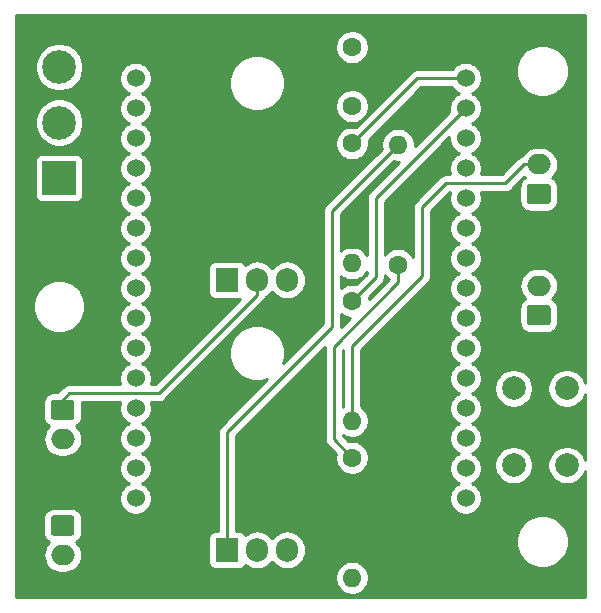
<source format=gbr>
G04 #@! TF.GenerationSoftware,KiCad,Pcbnew,5.1.5+dfsg1-2build2*
G04 #@! TF.CreationDate,2022-01-06T20:40:28+01:00*
G04 #@! TF.ProjectId,Door,446f6f72-2e6b-4696-9361-645f70636258,V1.0*
G04 #@! TF.SameCoordinates,Original*
G04 #@! TF.FileFunction,Copper,L2,Bot*
G04 #@! TF.FilePolarity,Positive*
%FSLAX46Y46*%
G04 Gerber Fmt 4.6, Leading zero omitted, Abs format (unit mm)*
G04 Created by KiCad (PCBNEW 5.1.5+dfsg1-2build2) date 2022-01-06 20:40:28*
%MOMM*%
%LPD*%
G04 APERTURE LIST*
%ADD10O,2.000000X1.700000*%
%ADD11C,0.100000*%
%ADD12C,2.000000*%
%ADD13R,2.850000X2.850000*%
%ADD14C,2.850000*%
%ADD15O,1.600000X1.600000*%
%ADD16C,1.600000*%
%ADD17R,1.905000X2.000000*%
%ADD18O,1.905000X2.000000*%
%ADD19C,1.524000*%
%ADD20C,0.250000*%
%ADD21C,0.254000*%
G04 APERTURE END LIST*
D10*
X57452000Y-126198000D03*
G04 #@! TA.AperFunction,ComponentPad*
D11*
G36*
X58226504Y-122849204D02*
G01*
X58250773Y-122852804D01*
X58274571Y-122858765D01*
X58297671Y-122867030D01*
X58319849Y-122877520D01*
X58340893Y-122890133D01*
X58360598Y-122904747D01*
X58378777Y-122921223D01*
X58395253Y-122939402D01*
X58409867Y-122959107D01*
X58422480Y-122980151D01*
X58432970Y-123002329D01*
X58441235Y-123025429D01*
X58447196Y-123049227D01*
X58450796Y-123073496D01*
X58452000Y-123098000D01*
X58452000Y-124298000D01*
X58450796Y-124322504D01*
X58447196Y-124346773D01*
X58441235Y-124370571D01*
X58432970Y-124393671D01*
X58422480Y-124415849D01*
X58409867Y-124436893D01*
X58395253Y-124456598D01*
X58378777Y-124474777D01*
X58360598Y-124491253D01*
X58340893Y-124505867D01*
X58319849Y-124518480D01*
X58297671Y-124528970D01*
X58274571Y-124537235D01*
X58250773Y-124543196D01*
X58226504Y-124546796D01*
X58202000Y-124548000D01*
X56702000Y-124548000D01*
X56677496Y-124546796D01*
X56653227Y-124543196D01*
X56629429Y-124537235D01*
X56606329Y-124528970D01*
X56584151Y-124518480D01*
X56563107Y-124505867D01*
X56543402Y-124491253D01*
X56525223Y-124474777D01*
X56508747Y-124456598D01*
X56494133Y-124436893D01*
X56481520Y-124415849D01*
X56471030Y-124393671D01*
X56462765Y-124370571D01*
X56456804Y-124346773D01*
X56453204Y-124322504D01*
X56452000Y-124298000D01*
X56452000Y-123098000D01*
X56453204Y-123073496D01*
X56456804Y-123049227D01*
X56462765Y-123025429D01*
X56471030Y-123002329D01*
X56481520Y-122980151D01*
X56494133Y-122959107D01*
X56508747Y-122939402D01*
X56525223Y-122921223D01*
X56543402Y-122904747D01*
X56563107Y-122890133D01*
X56584151Y-122877520D01*
X56606329Y-122867030D01*
X56629429Y-122858765D01*
X56653227Y-122852804D01*
X56677496Y-122849204D01*
X56702000Y-122848000D01*
X58202000Y-122848000D01*
X58226504Y-122849204D01*
G37*
G04 #@! TD.AperFunction*
D12*
X95631000Y-121897000D03*
X100131000Y-121897000D03*
X95631000Y-128397000D03*
X100131000Y-128397000D03*
D13*
X57152000Y-104089200D03*
D14*
X57152000Y-99389200D03*
X57152000Y-94689200D03*
D15*
X85852000Y-101269800D03*
D16*
X85852000Y-111429800D03*
D17*
X71374000Y-112707000D03*
D18*
X73914000Y-112707000D03*
X76454000Y-112707000D03*
D16*
X81965800Y-101158800D03*
D15*
X81965800Y-111318800D03*
X81965800Y-124628400D03*
D16*
X81965800Y-114468400D03*
D19*
X91565000Y-95631000D03*
X91565000Y-98171000D03*
X91565000Y-100711000D03*
X91565000Y-103251000D03*
X91565000Y-105791000D03*
X91565000Y-108331000D03*
X91565000Y-110871000D03*
X91565000Y-113411000D03*
X91565000Y-115951000D03*
X91565000Y-118491000D03*
X91565000Y-121031000D03*
X91565000Y-123571000D03*
X91565000Y-126111000D03*
X91565000Y-128651000D03*
X91565000Y-131191000D03*
X63625000Y-131191000D03*
X63625000Y-128651000D03*
X63625000Y-126111000D03*
X63625000Y-123571000D03*
X63625000Y-121031000D03*
X63625000Y-118491000D03*
X63625000Y-115951000D03*
X63625000Y-113411000D03*
X63625000Y-110871000D03*
X63625000Y-108331000D03*
X63625000Y-105791000D03*
X63625000Y-103251000D03*
X63625000Y-100711000D03*
X63625000Y-98171000D03*
X63625000Y-95631000D03*
D16*
X81965800Y-127762000D03*
D15*
X81965800Y-137922000D03*
D17*
X71374000Y-135567000D03*
D18*
X73914000Y-135567000D03*
X76454000Y-135567000D03*
D10*
X97762800Y-113197000D03*
G04 #@! TA.AperFunction,ComponentPad*
D11*
G36*
X98537394Y-114848203D02*
G01*
X98561653Y-114851802D01*
X98585442Y-114857761D01*
X98608533Y-114866023D01*
X98630702Y-114876508D01*
X98651737Y-114889116D01*
X98671435Y-114903725D01*
X98689606Y-114920194D01*
X98706075Y-114938365D01*
X98720684Y-114958063D01*
X98733292Y-114979098D01*
X98743777Y-115001267D01*
X98752039Y-115024358D01*
X98757998Y-115048147D01*
X98761597Y-115072406D01*
X98762800Y-115096900D01*
X98762800Y-116297100D01*
X98761597Y-116321594D01*
X98757998Y-116345853D01*
X98752039Y-116369642D01*
X98743777Y-116392733D01*
X98733292Y-116414902D01*
X98720684Y-116435937D01*
X98706075Y-116455635D01*
X98689606Y-116473806D01*
X98671435Y-116490275D01*
X98651737Y-116504884D01*
X98630702Y-116517492D01*
X98608533Y-116527977D01*
X98585442Y-116536239D01*
X98561653Y-116542198D01*
X98537394Y-116545797D01*
X98512900Y-116547000D01*
X97012700Y-116547000D01*
X96988206Y-116545797D01*
X96963947Y-116542198D01*
X96940158Y-116536239D01*
X96917067Y-116527977D01*
X96894898Y-116517492D01*
X96873863Y-116504884D01*
X96854165Y-116490275D01*
X96835994Y-116473806D01*
X96819525Y-116455635D01*
X96804916Y-116435937D01*
X96792308Y-116414902D01*
X96781823Y-116392733D01*
X96773561Y-116369642D01*
X96767602Y-116345853D01*
X96764003Y-116321594D01*
X96762800Y-116297100D01*
X96762800Y-115096900D01*
X96764003Y-115072406D01*
X96767602Y-115048147D01*
X96773561Y-115024358D01*
X96781823Y-115001267D01*
X96792308Y-114979098D01*
X96804916Y-114958063D01*
X96819525Y-114938365D01*
X96835994Y-114920194D01*
X96854165Y-114903725D01*
X96873863Y-114889116D01*
X96894898Y-114876508D01*
X96917067Y-114866023D01*
X96940158Y-114857761D01*
X96963947Y-114851802D01*
X96988206Y-114848203D01*
X97012700Y-114847000D01*
X98512900Y-114847000D01*
X98537394Y-114848203D01*
G37*
G04 #@! TD.AperFunction*
D10*
X97762800Y-102935400D03*
G04 #@! TA.AperFunction,ComponentPad*
D11*
G36*
X98537394Y-104586603D02*
G01*
X98561653Y-104590202D01*
X98585442Y-104596161D01*
X98608533Y-104604423D01*
X98630702Y-104614908D01*
X98651737Y-104627516D01*
X98671435Y-104642125D01*
X98689606Y-104658594D01*
X98706075Y-104676765D01*
X98720684Y-104696463D01*
X98733292Y-104717498D01*
X98743777Y-104739667D01*
X98752039Y-104762758D01*
X98757998Y-104786547D01*
X98761597Y-104810806D01*
X98762800Y-104835300D01*
X98762800Y-106035500D01*
X98761597Y-106059994D01*
X98757998Y-106084253D01*
X98752039Y-106108042D01*
X98743777Y-106131133D01*
X98733292Y-106153302D01*
X98720684Y-106174337D01*
X98706075Y-106194035D01*
X98689606Y-106212206D01*
X98671435Y-106228675D01*
X98651737Y-106243284D01*
X98630702Y-106255892D01*
X98608533Y-106266377D01*
X98585442Y-106274639D01*
X98561653Y-106280598D01*
X98537394Y-106284197D01*
X98512900Y-106285400D01*
X97012700Y-106285400D01*
X96988206Y-106284197D01*
X96963947Y-106280598D01*
X96940158Y-106274639D01*
X96917067Y-106266377D01*
X96894898Y-106255892D01*
X96873863Y-106243284D01*
X96854165Y-106228675D01*
X96835994Y-106212206D01*
X96819525Y-106194035D01*
X96804916Y-106174337D01*
X96792308Y-106153302D01*
X96781823Y-106131133D01*
X96773561Y-106108042D01*
X96767602Y-106084253D01*
X96764003Y-106059994D01*
X96762800Y-106035500D01*
X96762800Y-104835300D01*
X96764003Y-104810806D01*
X96767602Y-104786547D01*
X96773561Y-104762758D01*
X96781823Y-104739667D01*
X96792308Y-104717498D01*
X96804916Y-104696463D01*
X96819525Y-104676765D01*
X96835994Y-104658594D01*
X96854165Y-104642125D01*
X96873863Y-104627516D01*
X96894898Y-104614908D01*
X96917067Y-104604423D01*
X96940158Y-104596161D01*
X96963947Y-104590202D01*
X96988206Y-104586603D01*
X97012700Y-104585400D01*
X98512900Y-104585400D01*
X98537394Y-104586603D01*
G37*
G04 #@! TD.AperFunction*
D16*
X81965800Y-93009200D03*
X81965800Y-98009200D03*
D10*
X57452000Y-136006200D03*
G04 #@! TA.AperFunction,ComponentPad*
D11*
G36*
X58226504Y-132657404D02*
G01*
X58250773Y-132661004D01*
X58274571Y-132666965D01*
X58297671Y-132675230D01*
X58319849Y-132685720D01*
X58340893Y-132698333D01*
X58360598Y-132712947D01*
X58378777Y-132729423D01*
X58395253Y-132747602D01*
X58409867Y-132767307D01*
X58422480Y-132788351D01*
X58432970Y-132810529D01*
X58441235Y-132833629D01*
X58447196Y-132857427D01*
X58450796Y-132881696D01*
X58452000Y-132906200D01*
X58452000Y-134106200D01*
X58450796Y-134130704D01*
X58447196Y-134154973D01*
X58441235Y-134178771D01*
X58432970Y-134201871D01*
X58422480Y-134224049D01*
X58409867Y-134245093D01*
X58395253Y-134264798D01*
X58378777Y-134282977D01*
X58360598Y-134299453D01*
X58340893Y-134314067D01*
X58319849Y-134326680D01*
X58297671Y-134337170D01*
X58274571Y-134345435D01*
X58250773Y-134351396D01*
X58226504Y-134354996D01*
X58202000Y-134356200D01*
X56702000Y-134356200D01*
X56677496Y-134354996D01*
X56653227Y-134351396D01*
X56629429Y-134345435D01*
X56606329Y-134337170D01*
X56584151Y-134326680D01*
X56563107Y-134314067D01*
X56543402Y-134299453D01*
X56525223Y-134282977D01*
X56508747Y-134264798D01*
X56494133Y-134245093D01*
X56481520Y-134224049D01*
X56471030Y-134201871D01*
X56462765Y-134178771D01*
X56456804Y-134154973D01*
X56453204Y-134130704D01*
X56452000Y-134106200D01*
X56452000Y-132906200D01*
X56453204Y-132881696D01*
X56456804Y-132857427D01*
X56462765Y-132833629D01*
X56471030Y-132810529D01*
X56481520Y-132788351D01*
X56494133Y-132767307D01*
X56508747Y-132747602D01*
X56525223Y-132729423D01*
X56543402Y-132712947D01*
X56563107Y-132698333D01*
X56584151Y-132685720D01*
X56606329Y-132675230D01*
X56629429Y-132666965D01*
X56653227Y-132661004D01*
X56677496Y-132657404D01*
X56702000Y-132656200D01*
X58202000Y-132656200D01*
X58226504Y-132657404D01*
G37*
G04 #@! TD.AperFunction*
D20*
X71374000Y-135567000D02*
X71374000Y-125603000D01*
X71374000Y-125603000D02*
X80264000Y-116713000D01*
X80264000Y-106857800D02*
X85852000Y-101269800D01*
X80264000Y-116713000D02*
X80264000Y-106857800D01*
X81965800Y-114468400D02*
X83947000Y-112487200D01*
X83947000Y-105789000D02*
X91565000Y-98171000D01*
X83947000Y-112487200D02*
X83947000Y-105789000D01*
X87493600Y-95631000D02*
X81965800Y-101158800D01*
X91565000Y-95631000D02*
X87493600Y-95631000D01*
X81965800Y-124628400D02*
X81965800Y-118313200D01*
X81965800Y-118313200D02*
X87884000Y-112395000D01*
X87884000Y-112395000D02*
X87884000Y-106553000D01*
X87884000Y-106553000D02*
X89916000Y-104521000D01*
X96512800Y-102935400D02*
X97762800Y-102935400D01*
X94927200Y-104521000D02*
X96512800Y-102935400D01*
X89916000Y-104521000D02*
X94927200Y-104521000D01*
X85852000Y-111429800D02*
X85852000Y-112903000D01*
X85852000Y-112903000D02*
X80391000Y-118364000D01*
X80391000Y-126187200D02*
X81965800Y-127762000D01*
X80391000Y-118364000D02*
X80391000Y-126187200D01*
X73914000Y-113957000D02*
X65570000Y-122301000D01*
X73914000Y-112707000D02*
X73914000Y-113957000D01*
X57452000Y-122848000D02*
X57452000Y-123698000D01*
X57999000Y-122301000D02*
X57452000Y-122848000D01*
X65570000Y-122301000D02*
X57999000Y-122301000D01*
D21*
G36*
X101702000Y-94709581D02*
G01*
X101702000Y-94709582D01*
X101702001Y-121417270D01*
X101579918Y-121122537D01*
X101400987Y-120854748D01*
X101173252Y-120627013D01*
X100905463Y-120448082D01*
X100607912Y-120324832D01*
X100292033Y-120262000D01*
X99969967Y-120262000D01*
X99654088Y-120324832D01*
X99356537Y-120448082D01*
X99088748Y-120627013D01*
X98861013Y-120854748D01*
X98682082Y-121122537D01*
X98558832Y-121420088D01*
X98496000Y-121735967D01*
X98496000Y-122058033D01*
X98558832Y-122373912D01*
X98682082Y-122671463D01*
X98861013Y-122939252D01*
X99088748Y-123166987D01*
X99356537Y-123345918D01*
X99654088Y-123469168D01*
X99969967Y-123532000D01*
X100292033Y-123532000D01*
X100607912Y-123469168D01*
X100905463Y-123345918D01*
X101173252Y-123166987D01*
X101400987Y-122939252D01*
X101579918Y-122671463D01*
X101702001Y-122376730D01*
X101702001Y-127917270D01*
X101579918Y-127622537D01*
X101400987Y-127354748D01*
X101173252Y-127127013D01*
X100905463Y-126948082D01*
X100607912Y-126824832D01*
X100292033Y-126762000D01*
X99969967Y-126762000D01*
X99654088Y-126824832D01*
X99356537Y-126948082D01*
X99088748Y-127127013D01*
X98861013Y-127354748D01*
X98682082Y-127622537D01*
X98558832Y-127920088D01*
X98496000Y-128235967D01*
X98496000Y-128558033D01*
X98558832Y-128873912D01*
X98682082Y-129171463D01*
X98861013Y-129439252D01*
X99088748Y-129666987D01*
X99356537Y-129845918D01*
X99654088Y-129969168D01*
X99969967Y-130032000D01*
X100292033Y-130032000D01*
X100607912Y-129969168D01*
X100905463Y-129845918D01*
X101173252Y-129666987D01*
X101400987Y-129439252D01*
X101579918Y-129171463D01*
X101702001Y-128876730D01*
X101702001Y-139548000D01*
X53488000Y-139548000D01*
X53488000Y-137780665D01*
X80530800Y-137780665D01*
X80530800Y-138063335D01*
X80585947Y-138340574D01*
X80694120Y-138601727D01*
X80851163Y-138836759D01*
X81051041Y-139036637D01*
X81286073Y-139193680D01*
X81547226Y-139301853D01*
X81824465Y-139357000D01*
X82107135Y-139357000D01*
X82384374Y-139301853D01*
X82645527Y-139193680D01*
X82880559Y-139036637D01*
X83080437Y-138836759D01*
X83237480Y-138601727D01*
X83345653Y-138340574D01*
X83400800Y-138063335D01*
X83400800Y-137780665D01*
X83345653Y-137503426D01*
X83237480Y-137242273D01*
X83080437Y-137007241D01*
X82880559Y-136807363D01*
X82645527Y-136650320D01*
X82384374Y-136542147D01*
X82107135Y-136487000D01*
X81824465Y-136487000D01*
X81547226Y-136542147D01*
X81286073Y-136650320D01*
X81051041Y-136807363D01*
X80851163Y-137007241D01*
X80694120Y-137242273D01*
X80585947Y-137503426D01*
X80530800Y-137780665D01*
X53488000Y-137780665D01*
X53488000Y-136006200D01*
X55809815Y-136006200D01*
X55838487Y-136297311D01*
X55923401Y-136577234D01*
X56061294Y-136835214D01*
X56246866Y-137061334D01*
X56472986Y-137246906D01*
X56730966Y-137384799D01*
X57010889Y-137469713D01*
X57229050Y-137491200D01*
X57674950Y-137491200D01*
X57893111Y-137469713D01*
X58173034Y-137384799D01*
X58431014Y-137246906D01*
X58657134Y-137061334D01*
X58842706Y-136835214D01*
X58980599Y-136577234D01*
X59065513Y-136297311D01*
X59094185Y-136006200D01*
X59065513Y-135715089D01*
X58980599Y-135435166D01*
X58842706Y-135177186D01*
X58657134Y-134951066D01*
X58593663Y-134898977D01*
X58695386Y-134844605D01*
X58829962Y-134734162D01*
X58940405Y-134599586D01*
X58957822Y-134567000D01*
X69783428Y-134567000D01*
X69783428Y-136567000D01*
X69795688Y-136691482D01*
X69831998Y-136811180D01*
X69890963Y-136921494D01*
X69970315Y-137018185D01*
X70067006Y-137097537D01*
X70177320Y-137156502D01*
X70297018Y-137192812D01*
X70421500Y-137205072D01*
X72326500Y-137205072D01*
X72450982Y-137192812D01*
X72570680Y-137156502D01*
X72680994Y-137097537D01*
X72777685Y-137018185D01*
X72857037Y-136921494D01*
X72901905Y-136837553D01*
X73027766Y-136940845D01*
X73303552Y-137088255D01*
X73602797Y-137179030D01*
X73914000Y-137209681D01*
X74225204Y-137179030D01*
X74524449Y-137088255D01*
X74800235Y-136940845D01*
X75041963Y-136742463D01*
X75184000Y-136569391D01*
X75326037Y-136742463D01*
X75567766Y-136940845D01*
X75843552Y-137088255D01*
X76142797Y-137179030D01*
X76454000Y-137209681D01*
X76765204Y-137179030D01*
X77064449Y-137088255D01*
X77340235Y-136940845D01*
X77581963Y-136742463D01*
X77780345Y-136500734D01*
X77927755Y-136224948D01*
X78018530Y-135925703D01*
X78041500Y-135692485D01*
X78041500Y-135441514D01*
X78018530Y-135208296D01*
X77927755Y-134909051D01*
X77780345Y-134633265D01*
X77775920Y-134627872D01*
X95827800Y-134627872D01*
X95827800Y-135068128D01*
X95913690Y-135499925D01*
X96082169Y-135906669D01*
X96326762Y-136272729D01*
X96638071Y-136584038D01*
X97004131Y-136828631D01*
X97410875Y-136997110D01*
X97842672Y-137083000D01*
X98282928Y-137083000D01*
X98714725Y-136997110D01*
X99121469Y-136828631D01*
X99487529Y-136584038D01*
X99798838Y-136272729D01*
X100043431Y-135906669D01*
X100211910Y-135499925D01*
X100297800Y-135068128D01*
X100297800Y-134627872D01*
X100211910Y-134196075D01*
X100043431Y-133789331D01*
X99798838Y-133423271D01*
X99487529Y-133111962D01*
X99121469Y-132867369D01*
X98714725Y-132698890D01*
X98282928Y-132613000D01*
X97842672Y-132613000D01*
X97410875Y-132698890D01*
X97004131Y-132867369D01*
X96638071Y-133111962D01*
X96326762Y-133423271D01*
X96082169Y-133789331D01*
X95913690Y-134196075D01*
X95827800Y-134627872D01*
X77775920Y-134627872D01*
X77581963Y-134391537D01*
X77340234Y-134193155D01*
X77064448Y-134045745D01*
X76765203Y-133954970D01*
X76454000Y-133924319D01*
X76142796Y-133954970D01*
X75843551Y-134045745D01*
X75567765Y-134193155D01*
X75326037Y-134391537D01*
X75184000Y-134564609D01*
X75041963Y-134391537D01*
X74800234Y-134193155D01*
X74524448Y-134045745D01*
X74225203Y-133954970D01*
X73914000Y-133924319D01*
X73602796Y-133954970D01*
X73303551Y-134045745D01*
X73027765Y-134193155D01*
X72901905Y-134296446D01*
X72857037Y-134212506D01*
X72777685Y-134115815D01*
X72680994Y-134036463D01*
X72570680Y-133977498D01*
X72450982Y-133941188D01*
X72326500Y-133928928D01*
X72134000Y-133928928D01*
X72134000Y-125917801D01*
X79631000Y-118420802D01*
X79631001Y-126149868D01*
X79627324Y-126187200D01*
X79641998Y-126336185D01*
X79685454Y-126479446D01*
X79756026Y-126611476D01*
X79827201Y-126698202D01*
X79851000Y-126727201D01*
X79879998Y-126750999D01*
X80567112Y-127438114D01*
X80530800Y-127620665D01*
X80530800Y-127903335D01*
X80585947Y-128180574D01*
X80694120Y-128441727D01*
X80851163Y-128676759D01*
X81051041Y-128876637D01*
X81286073Y-129033680D01*
X81547226Y-129141853D01*
X81824465Y-129197000D01*
X82107135Y-129197000D01*
X82384374Y-129141853D01*
X82645527Y-129033680D01*
X82880559Y-128876637D01*
X83080437Y-128676759D01*
X83237480Y-128441727D01*
X83345653Y-128180574D01*
X83400800Y-127903335D01*
X83400800Y-127620665D01*
X83345653Y-127343426D01*
X83237480Y-127082273D01*
X83080437Y-126847241D01*
X82880559Y-126647363D01*
X82645527Y-126490320D01*
X82384374Y-126382147D01*
X82107135Y-126327000D01*
X81824465Y-126327000D01*
X81641914Y-126363312D01*
X81151000Y-125872399D01*
X81151000Y-125809827D01*
X81286073Y-125900080D01*
X81547226Y-126008253D01*
X81824465Y-126063400D01*
X82107135Y-126063400D01*
X82384374Y-126008253D01*
X82645527Y-125900080D01*
X82880559Y-125743037D01*
X83080437Y-125543159D01*
X83237480Y-125308127D01*
X83345653Y-125046974D01*
X83400800Y-124769735D01*
X83400800Y-124487065D01*
X83345653Y-124209826D01*
X83237480Y-123948673D01*
X83080437Y-123713641D01*
X82880559Y-123513763D01*
X82725800Y-123410357D01*
X82725800Y-118628001D01*
X88395004Y-112958798D01*
X88424001Y-112935001D01*
X88518974Y-112819276D01*
X88589546Y-112687247D01*
X88633003Y-112543986D01*
X88644000Y-112432333D01*
X88644000Y-112432325D01*
X88647676Y-112395000D01*
X88644000Y-112357675D01*
X88644000Y-106867801D01*
X90230802Y-105281000D01*
X90264147Y-105281000D01*
X90221686Y-105383510D01*
X90168000Y-105653408D01*
X90168000Y-105928592D01*
X90221686Y-106198490D01*
X90326995Y-106452727D01*
X90479880Y-106681535D01*
X90674465Y-106876120D01*
X90903273Y-107029005D01*
X90980515Y-107061000D01*
X90903273Y-107092995D01*
X90674465Y-107245880D01*
X90479880Y-107440465D01*
X90326995Y-107669273D01*
X90221686Y-107923510D01*
X90168000Y-108193408D01*
X90168000Y-108468592D01*
X90221686Y-108738490D01*
X90326995Y-108992727D01*
X90479880Y-109221535D01*
X90674465Y-109416120D01*
X90903273Y-109569005D01*
X90980515Y-109601000D01*
X90903273Y-109632995D01*
X90674465Y-109785880D01*
X90479880Y-109980465D01*
X90326995Y-110209273D01*
X90221686Y-110463510D01*
X90168000Y-110733408D01*
X90168000Y-111008592D01*
X90221686Y-111278490D01*
X90326995Y-111532727D01*
X90479880Y-111761535D01*
X90674465Y-111956120D01*
X90903273Y-112109005D01*
X90980515Y-112141000D01*
X90903273Y-112172995D01*
X90674465Y-112325880D01*
X90479880Y-112520465D01*
X90326995Y-112749273D01*
X90221686Y-113003510D01*
X90168000Y-113273408D01*
X90168000Y-113548592D01*
X90221686Y-113818490D01*
X90326995Y-114072727D01*
X90479880Y-114301535D01*
X90674465Y-114496120D01*
X90903273Y-114649005D01*
X90980515Y-114681000D01*
X90903273Y-114712995D01*
X90674465Y-114865880D01*
X90479880Y-115060465D01*
X90326995Y-115289273D01*
X90221686Y-115543510D01*
X90168000Y-115813408D01*
X90168000Y-116088592D01*
X90221686Y-116358490D01*
X90326995Y-116612727D01*
X90479880Y-116841535D01*
X90674465Y-117036120D01*
X90903273Y-117189005D01*
X90980515Y-117221000D01*
X90903273Y-117252995D01*
X90674465Y-117405880D01*
X90479880Y-117600465D01*
X90326995Y-117829273D01*
X90221686Y-118083510D01*
X90168000Y-118353408D01*
X90168000Y-118628592D01*
X90221686Y-118898490D01*
X90326995Y-119152727D01*
X90479880Y-119381535D01*
X90674465Y-119576120D01*
X90903273Y-119729005D01*
X90980515Y-119761000D01*
X90903273Y-119792995D01*
X90674465Y-119945880D01*
X90479880Y-120140465D01*
X90326995Y-120369273D01*
X90221686Y-120623510D01*
X90168000Y-120893408D01*
X90168000Y-121168592D01*
X90221686Y-121438490D01*
X90326995Y-121692727D01*
X90479880Y-121921535D01*
X90674465Y-122116120D01*
X90903273Y-122269005D01*
X90980515Y-122301000D01*
X90903273Y-122332995D01*
X90674465Y-122485880D01*
X90479880Y-122680465D01*
X90326995Y-122909273D01*
X90221686Y-123163510D01*
X90168000Y-123433408D01*
X90168000Y-123708592D01*
X90221686Y-123978490D01*
X90326995Y-124232727D01*
X90479880Y-124461535D01*
X90674465Y-124656120D01*
X90903273Y-124809005D01*
X90980515Y-124841000D01*
X90903273Y-124872995D01*
X90674465Y-125025880D01*
X90479880Y-125220465D01*
X90326995Y-125449273D01*
X90221686Y-125703510D01*
X90168000Y-125973408D01*
X90168000Y-126248592D01*
X90221686Y-126518490D01*
X90326995Y-126772727D01*
X90479880Y-127001535D01*
X90674465Y-127196120D01*
X90903273Y-127349005D01*
X90980515Y-127381000D01*
X90903273Y-127412995D01*
X90674465Y-127565880D01*
X90479880Y-127760465D01*
X90326995Y-127989273D01*
X90221686Y-128243510D01*
X90168000Y-128513408D01*
X90168000Y-128788592D01*
X90221686Y-129058490D01*
X90326995Y-129312727D01*
X90479880Y-129541535D01*
X90674465Y-129736120D01*
X90903273Y-129889005D01*
X90980515Y-129921000D01*
X90903273Y-129952995D01*
X90674465Y-130105880D01*
X90479880Y-130300465D01*
X90326995Y-130529273D01*
X90221686Y-130783510D01*
X90168000Y-131053408D01*
X90168000Y-131328592D01*
X90221686Y-131598490D01*
X90326995Y-131852727D01*
X90479880Y-132081535D01*
X90674465Y-132276120D01*
X90903273Y-132429005D01*
X91157510Y-132534314D01*
X91427408Y-132588000D01*
X91702592Y-132588000D01*
X91972490Y-132534314D01*
X92226727Y-132429005D01*
X92455535Y-132276120D01*
X92650120Y-132081535D01*
X92803005Y-131852727D01*
X92908314Y-131598490D01*
X92962000Y-131328592D01*
X92962000Y-131053408D01*
X92908314Y-130783510D01*
X92803005Y-130529273D01*
X92650120Y-130300465D01*
X92455535Y-130105880D01*
X92226727Y-129952995D01*
X92149485Y-129921000D01*
X92226727Y-129889005D01*
X92455535Y-129736120D01*
X92650120Y-129541535D01*
X92803005Y-129312727D01*
X92908314Y-129058490D01*
X92962000Y-128788592D01*
X92962000Y-128513408D01*
X92908314Y-128243510D01*
X92905190Y-128235967D01*
X93996000Y-128235967D01*
X93996000Y-128558033D01*
X94058832Y-128873912D01*
X94182082Y-129171463D01*
X94361013Y-129439252D01*
X94588748Y-129666987D01*
X94856537Y-129845918D01*
X95154088Y-129969168D01*
X95469967Y-130032000D01*
X95792033Y-130032000D01*
X96107912Y-129969168D01*
X96405463Y-129845918D01*
X96673252Y-129666987D01*
X96900987Y-129439252D01*
X97079918Y-129171463D01*
X97203168Y-128873912D01*
X97266000Y-128558033D01*
X97266000Y-128235967D01*
X97203168Y-127920088D01*
X97079918Y-127622537D01*
X96900987Y-127354748D01*
X96673252Y-127127013D01*
X96405463Y-126948082D01*
X96107912Y-126824832D01*
X95792033Y-126762000D01*
X95469967Y-126762000D01*
X95154088Y-126824832D01*
X94856537Y-126948082D01*
X94588748Y-127127013D01*
X94361013Y-127354748D01*
X94182082Y-127622537D01*
X94058832Y-127920088D01*
X93996000Y-128235967D01*
X92905190Y-128235967D01*
X92803005Y-127989273D01*
X92650120Y-127760465D01*
X92455535Y-127565880D01*
X92226727Y-127412995D01*
X92149485Y-127381000D01*
X92226727Y-127349005D01*
X92455535Y-127196120D01*
X92650120Y-127001535D01*
X92803005Y-126772727D01*
X92908314Y-126518490D01*
X92962000Y-126248592D01*
X92962000Y-125973408D01*
X92908314Y-125703510D01*
X92803005Y-125449273D01*
X92650120Y-125220465D01*
X92455535Y-125025880D01*
X92226727Y-124872995D01*
X92149485Y-124841000D01*
X92226727Y-124809005D01*
X92455535Y-124656120D01*
X92650120Y-124461535D01*
X92803005Y-124232727D01*
X92908314Y-123978490D01*
X92962000Y-123708592D01*
X92962000Y-123433408D01*
X92908314Y-123163510D01*
X92803005Y-122909273D01*
X92650120Y-122680465D01*
X92455535Y-122485880D01*
X92226727Y-122332995D01*
X92149485Y-122301000D01*
X92226727Y-122269005D01*
X92455535Y-122116120D01*
X92650120Y-121921535D01*
X92774112Y-121735967D01*
X93996000Y-121735967D01*
X93996000Y-122058033D01*
X94058832Y-122373912D01*
X94182082Y-122671463D01*
X94361013Y-122939252D01*
X94588748Y-123166987D01*
X94856537Y-123345918D01*
X95154088Y-123469168D01*
X95469967Y-123532000D01*
X95792033Y-123532000D01*
X96107912Y-123469168D01*
X96405463Y-123345918D01*
X96673252Y-123166987D01*
X96900987Y-122939252D01*
X97079918Y-122671463D01*
X97203168Y-122373912D01*
X97266000Y-122058033D01*
X97266000Y-121735967D01*
X97203168Y-121420088D01*
X97079918Y-121122537D01*
X96900987Y-120854748D01*
X96673252Y-120627013D01*
X96405463Y-120448082D01*
X96107912Y-120324832D01*
X95792033Y-120262000D01*
X95469967Y-120262000D01*
X95154088Y-120324832D01*
X94856537Y-120448082D01*
X94588748Y-120627013D01*
X94361013Y-120854748D01*
X94182082Y-121122537D01*
X94058832Y-121420088D01*
X93996000Y-121735967D01*
X92774112Y-121735967D01*
X92803005Y-121692727D01*
X92908314Y-121438490D01*
X92962000Y-121168592D01*
X92962000Y-120893408D01*
X92908314Y-120623510D01*
X92803005Y-120369273D01*
X92650120Y-120140465D01*
X92455535Y-119945880D01*
X92226727Y-119792995D01*
X92149485Y-119761000D01*
X92226727Y-119729005D01*
X92455535Y-119576120D01*
X92650120Y-119381535D01*
X92803005Y-119152727D01*
X92908314Y-118898490D01*
X92962000Y-118628592D01*
X92962000Y-118353408D01*
X92908314Y-118083510D01*
X92803005Y-117829273D01*
X92650120Y-117600465D01*
X92455535Y-117405880D01*
X92226727Y-117252995D01*
X92149485Y-117221000D01*
X92226727Y-117189005D01*
X92455535Y-117036120D01*
X92650120Y-116841535D01*
X92803005Y-116612727D01*
X92908314Y-116358490D01*
X92962000Y-116088592D01*
X92962000Y-115813408D01*
X92908314Y-115543510D01*
X92803005Y-115289273D01*
X92650120Y-115060465D01*
X92455535Y-114865880D01*
X92226727Y-114712995D01*
X92149485Y-114681000D01*
X92226727Y-114649005D01*
X92455535Y-114496120D01*
X92650120Y-114301535D01*
X92803005Y-114072727D01*
X92908314Y-113818490D01*
X92962000Y-113548592D01*
X92962000Y-113273408D01*
X92946802Y-113197000D01*
X96120615Y-113197000D01*
X96149287Y-113488111D01*
X96234201Y-113768034D01*
X96372094Y-114026014D01*
X96557666Y-114252134D01*
X96621107Y-114304198D01*
X96519369Y-114358578D01*
X96384809Y-114469009D01*
X96274378Y-114603569D01*
X96192321Y-114757088D01*
X96141790Y-114923665D01*
X96124728Y-115096900D01*
X96124728Y-116297100D01*
X96141790Y-116470335D01*
X96192321Y-116636912D01*
X96274378Y-116790431D01*
X96384809Y-116924991D01*
X96519369Y-117035422D01*
X96672888Y-117117479D01*
X96839465Y-117168010D01*
X97012700Y-117185072D01*
X98512900Y-117185072D01*
X98686135Y-117168010D01*
X98852712Y-117117479D01*
X99006231Y-117035422D01*
X99140791Y-116924991D01*
X99251222Y-116790431D01*
X99333279Y-116636912D01*
X99383810Y-116470335D01*
X99400872Y-116297100D01*
X99400872Y-115096900D01*
X99383810Y-114923665D01*
X99333279Y-114757088D01*
X99251222Y-114603569D01*
X99140791Y-114469009D01*
X99006231Y-114358578D01*
X98904493Y-114304198D01*
X98967934Y-114252134D01*
X99153506Y-114026014D01*
X99291399Y-113768034D01*
X99376313Y-113488111D01*
X99404985Y-113197000D01*
X99376313Y-112905889D01*
X99291399Y-112625966D01*
X99153506Y-112367986D01*
X98967934Y-112141866D01*
X98741814Y-111956294D01*
X98483834Y-111818401D01*
X98203911Y-111733487D01*
X97985750Y-111712000D01*
X97539850Y-111712000D01*
X97321689Y-111733487D01*
X97041766Y-111818401D01*
X96783786Y-111956294D01*
X96557666Y-112141866D01*
X96372094Y-112367986D01*
X96234201Y-112625966D01*
X96149287Y-112905889D01*
X96120615Y-113197000D01*
X92946802Y-113197000D01*
X92908314Y-113003510D01*
X92803005Y-112749273D01*
X92650120Y-112520465D01*
X92455535Y-112325880D01*
X92226727Y-112172995D01*
X92149485Y-112141000D01*
X92226727Y-112109005D01*
X92455535Y-111956120D01*
X92650120Y-111761535D01*
X92803005Y-111532727D01*
X92908314Y-111278490D01*
X92962000Y-111008592D01*
X92962000Y-110733408D01*
X92908314Y-110463510D01*
X92803005Y-110209273D01*
X92650120Y-109980465D01*
X92455535Y-109785880D01*
X92226727Y-109632995D01*
X92149485Y-109601000D01*
X92226727Y-109569005D01*
X92455535Y-109416120D01*
X92650120Y-109221535D01*
X92803005Y-108992727D01*
X92908314Y-108738490D01*
X92962000Y-108468592D01*
X92962000Y-108193408D01*
X92908314Y-107923510D01*
X92803005Y-107669273D01*
X92650120Y-107440465D01*
X92455535Y-107245880D01*
X92226727Y-107092995D01*
X92149485Y-107061000D01*
X92226727Y-107029005D01*
X92455535Y-106876120D01*
X92650120Y-106681535D01*
X92803005Y-106452727D01*
X92908314Y-106198490D01*
X92962000Y-105928592D01*
X92962000Y-105653408D01*
X92908314Y-105383510D01*
X92865853Y-105281000D01*
X94889878Y-105281000D01*
X94927200Y-105284676D01*
X94964522Y-105281000D01*
X94964533Y-105281000D01*
X95076186Y-105270003D01*
X95219447Y-105226546D01*
X95351476Y-105155974D01*
X95467201Y-105061001D01*
X95491004Y-105031997D01*
X96546308Y-103976694D01*
X96557666Y-103990534D01*
X96621107Y-104042598D01*
X96519369Y-104096978D01*
X96384809Y-104207409D01*
X96274378Y-104341969D01*
X96192321Y-104495488D01*
X96141790Y-104662065D01*
X96124728Y-104835300D01*
X96124728Y-106035500D01*
X96141790Y-106208735D01*
X96192321Y-106375312D01*
X96274378Y-106528831D01*
X96384809Y-106663391D01*
X96519369Y-106773822D01*
X96672888Y-106855879D01*
X96839465Y-106906410D01*
X97012700Y-106923472D01*
X98512900Y-106923472D01*
X98686135Y-106906410D01*
X98852712Y-106855879D01*
X99006231Y-106773822D01*
X99140791Y-106663391D01*
X99251222Y-106528831D01*
X99333279Y-106375312D01*
X99383810Y-106208735D01*
X99400872Y-106035500D01*
X99400872Y-104835300D01*
X99383810Y-104662065D01*
X99333279Y-104495488D01*
X99251222Y-104341969D01*
X99140791Y-104207409D01*
X99006231Y-104096978D01*
X98904493Y-104042598D01*
X98967934Y-103990534D01*
X99153506Y-103764414D01*
X99291399Y-103506434D01*
X99376313Y-103226511D01*
X99404985Y-102935400D01*
X99376313Y-102644289D01*
X99291399Y-102364366D01*
X99153506Y-102106386D01*
X98967934Y-101880266D01*
X98741814Y-101694694D01*
X98483834Y-101556801D01*
X98203911Y-101471887D01*
X97985750Y-101450400D01*
X97539850Y-101450400D01*
X97321689Y-101471887D01*
X97041766Y-101556801D01*
X96783786Y-101694694D01*
X96557666Y-101880266D01*
X96372094Y-102106386D01*
X96322654Y-102198883D01*
X96220553Y-102229854D01*
X96088523Y-102300426D01*
X96015366Y-102360465D01*
X95972799Y-102395399D01*
X95949001Y-102424397D01*
X94612399Y-103761000D01*
X92865853Y-103761000D01*
X92908314Y-103658490D01*
X92962000Y-103388592D01*
X92962000Y-103113408D01*
X92908314Y-102843510D01*
X92803005Y-102589273D01*
X92650120Y-102360465D01*
X92455535Y-102165880D01*
X92226727Y-102012995D01*
X92149485Y-101981000D01*
X92226727Y-101949005D01*
X92455535Y-101796120D01*
X92650120Y-101601535D01*
X92803005Y-101372727D01*
X92908314Y-101118490D01*
X92962000Y-100848592D01*
X92962000Y-100573408D01*
X92908314Y-100303510D01*
X92803005Y-100049273D01*
X92650120Y-99820465D01*
X92455535Y-99625880D01*
X92226727Y-99472995D01*
X92149485Y-99441000D01*
X92226727Y-99409005D01*
X92455535Y-99256120D01*
X92650120Y-99061535D01*
X92803005Y-98832727D01*
X92908314Y-98578490D01*
X92962000Y-98308592D01*
X92962000Y-98033408D01*
X92908314Y-97763510D01*
X92803005Y-97509273D01*
X92650120Y-97280465D01*
X92455535Y-97085880D01*
X92226727Y-96932995D01*
X92149485Y-96901000D01*
X92226727Y-96869005D01*
X92455535Y-96716120D01*
X92650120Y-96521535D01*
X92803005Y-96292727D01*
X92908314Y-96038490D01*
X92962000Y-95768592D01*
X92962000Y-95493408D01*
X92908314Y-95223510D01*
X92803005Y-94969273D01*
X92690483Y-94800872D01*
X95827800Y-94800872D01*
X95827800Y-95241128D01*
X95913690Y-95672925D01*
X96082169Y-96079669D01*
X96326762Y-96445729D01*
X96638071Y-96757038D01*
X97004131Y-97001631D01*
X97410875Y-97170110D01*
X97842672Y-97256000D01*
X98282928Y-97256000D01*
X98714725Y-97170110D01*
X99121469Y-97001631D01*
X99487529Y-96757038D01*
X99798838Y-96445729D01*
X100043431Y-96079669D01*
X100211910Y-95672925D01*
X100297800Y-95241128D01*
X100297800Y-94800872D01*
X100211910Y-94369075D01*
X100043431Y-93962331D01*
X99798838Y-93596271D01*
X99487529Y-93284962D01*
X99121469Y-93040369D01*
X98714725Y-92871890D01*
X98282928Y-92786000D01*
X97842672Y-92786000D01*
X97410875Y-92871890D01*
X97004131Y-93040369D01*
X96638071Y-93284962D01*
X96326762Y-93596271D01*
X96082169Y-93962331D01*
X95913690Y-94369075D01*
X95827800Y-94800872D01*
X92690483Y-94800872D01*
X92650120Y-94740465D01*
X92455535Y-94545880D01*
X92226727Y-94392995D01*
X91972490Y-94287686D01*
X91702592Y-94234000D01*
X91427408Y-94234000D01*
X91157510Y-94287686D01*
X90903273Y-94392995D01*
X90674465Y-94545880D01*
X90479880Y-94740465D01*
X90392659Y-94871000D01*
X87530925Y-94871000D01*
X87493600Y-94867324D01*
X87456275Y-94871000D01*
X87456267Y-94871000D01*
X87344614Y-94881997D01*
X87201353Y-94925454D01*
X87069324Y-94996026D01*
X86953599Y-95090999D01*
X86929801Y-95119997D01*
X82289687Y-99760112D01*
X82107135Y-99723800D01*
X81824465Y-99723800D01*
X81547226Y-99778947D01*
X81286073Y-99887120D01*
X81051041Y-100044163D01*
X80851163Y-100244041D01*
X80694120Y-100479073D01*
X80585947Y-100740226D01*
X80530800Y-101017465D01*
X80530800Y-101300135D01*
X80585947Y-101577374D01*
X80694120Y-101838527D01*
X80851163Y-102073559D01*
X81051041Y-102273437D01*
X81286073Y-102430480D01*
X81547226Y-102538653D01*
X81824465Y-102593800D01*
X82107135Y-102593800D01*
X82384374Y-102538653D01*
X82645527Y-102430480D01*
X82880559Y-102273437D01*
X83080437Y-102073559D01*
X83237480Y-101838527D01*
X83345653Y-101577374D01*
X83400800Y-101300135D01*
X83400800Y-101017465D01*
X83364488Y-100834913D01*
X87808402Y-96391000D01*
X90392659Y-96391000D01*
X90479880Y-96521535D01*
X90674465Y-96716120D01*
X90903273Y-96869005D01*
X90980515Y-96901000D01*
X90903273Y-96932995D01*
X90674465Y-97085880D01*
X90479880Y-97280465D01*
X90326995Y-97509273D01*
X90221686Y-97763510D01*
X90168000Y-98033408D01*
X90168000Y-98308592D01*
X90198628Y-98462570D01*
X87287000Y-101374198D01*
X87287000Y-101128465D01*
X87231853Y-100851226D01*
X87123680Y-100590073D01*
X86966637Y-100355041D01*
X86766759Y-100155163D01*
X86531727Y-99998120D01*
X86270574Y-99889947D01*
X85993335Y-99834800D01*
X85710665Y-99834800D01*
X85433426Y-99889947D01*
X85172273Y-99998120D01*
X84937241Y-100155163D01*
X84737363Y-100355041D01*
X84580320Y-100590073D01*
X84472147Y-100851226D01*
X84417000Y-101128465D01*
X84417000Y-101411135D01*
X84453312Y-101593685D01*
X79752998Y-106294001D01*
X79724000Y-106317799D01*
X79700202Y-106346797D01*
X79700201Y-106346798D01*
X79629026Y-106433524D01*
X79558454Y-106565554D01*
X79514998Y-106708815D01*
X79500324Y-106857800D01*
X79504001Y-106895132D01*
X79504000Y-116398198D01*
X76142170Y-119760029D01*
X76207346Y-119602679D01*
X76299000Y-119141902D01*
X76299000Y-118672098D01*
X76207346Y-118211321D01*
X76027560Y-117777279D01*
X75766550Y-117386651D01*
X75434349Y-117054450D01*
X75043721Y-116793440D01*
X74609679Y-116613654D01*
X74148902Y-116522000D01*
X73679098Y-116522000D01*
X73218321Y-116613654D01*
X72784279Y-116793440D01*
X72393651Y-117054450D01*
X72061450Y-117386651D01*
X71800440Y-117777279D01*
X71620654Y-118211321D01*
X71529000Y-118672098D01*
X71529000Y-119141902D01*
X71620654Y-119602679D01*
X71800440Y-120036721D01*
X72061450Y-120427349D01*
X72393651Y-120759550D01*
X72784279Y-121020560D01*
X73218321Y-121200346D01*
X73679098Y-121292000D01*
X74148902Y-121292000D01*
X74609679Y-121200346D01*
X74767029Y-121135170D01*
X70862998Y-125039201D01*
X70834000Y-125062999D01*
X70810202Y-125091997D01*
X70810201Y-125091998D01*
X70739026Y-125178724D01*
X70668454Y-125310754D01*
X70624998Y-125454015D01*
X70610324Y-125603000D01*
X70614001Y-125640332D01*
X70614000Y-133928928D01*
X70421500Y-133928928D01*
X70297018Y-133941188D01*
X70177320Y-133977498D01*
X70067006Y-134036463D01*
X69970315Y-134115815D01*
X69890963Y-134212506D01*
X69831998Y-134322820D01*
X69795688Y-134442518D01*
X69783428Y-134567000D01*
X58957822Y-134567000D01*
X59022472Y-134446050D01*
X59073008Y-134279454D01*
X59090072Y-134106200D01*
X59090072Y-132906200D01*
X59073008Y-132732946D01*
X59022472Y-132566350D01*
X58940405Y-132412814D01*
X58829962Y-132278238D01*
X58695386Y-132167795D01*
X58541850Y-132085728D01*
X58375254Y-132035192D01*
X58202000Y-132018128D01*
X56702000Y-132018128D01*
X56528746Y-132035192D01*
X56362150Y-132085728D01*
X56208614Y-132167795D01*
X56074038Y-132278238D01*
X55963595Y-132412814D01*
X55881528Y-132566350D01*
X55830992Y-132732946D01*
X55813928Y-132906200D01*
X55813928Y-134106200D01*
X55830992Y-134279454D01*
X55881528Y-134446050D01*
X55963595Y-134599586D01*
X56074038Y-134734162D01*
X56208614Y-134844605D01*
X56310337Y-134898977D01*
X56246866Y-134951066D01*
X56061294Y-135177186D01*
X55923401Y-135435166D01*
X55838487Y-135715089D01*
X55809815Y-136006200D01*
X53488000Y-136006200D01*
X53488000Y-126198000D01*
X55809815Y-126198000D01*
X55838487Y-126489111D01*
X55923401Y-126769034D01*
X56061294Y-127027014D01*
X56246866Y-127253134D01*
X56472986Y-127438706D01*
X56730966Y-127576599D01*
X57010889Y-127661513D01*
X57229050Y-127683000D01*
X57674950Y-127683000D01*
X57893111Y-127661513D01*
X58173034Y-127576599D01*
X58431014Y-127438706D01*
X58657134Y-127253134D01*
X58842706Y-127027014D01*
X58980599Y-126769034D01*
X59065513Y-126489111D01*
X59094185Y-126198000D01*
X59065513Y-125906889D01*
X58980599Y-125626966D01*
X58842706Y-125368986D01*
X58657134Y-125142866D01*
X58593663Y-125090777D01*
X58695386Y-125036405D01*
X58829962Y-124925962D01*
X58940405Y-124791386D01*
X59022472Y-124637850D01*
X59073008Y-124471254D01*
X59090072Y-124298000D01*
X59090072Y-123098000D01*
X59086428Y-123061000D01*
X62324147Y-123061000D01*
X62281686Y-123163510D01*
X62228000Y-123433408D01*
X62228000Y-123708592D01*
X62281686Y-123978490D01*
X62386995Y-124232727D01*
X62539880Y-124461535D01*
X62734465Y-124656120D01*
X62963273Y-124809005D01*
X63040515Y-124841000D01*
X62963273Y-124872995D01*
X62734465Y-125025880D01*
X62539880Y-125220465D01*
X62386995Y-125449273D01*
X62281686Y-125703510D01*
X62228000Y-125973408D01*
X62228000Y-126248592D01*
X62281686Y-126518490D01*
X62386995Y-126772727D01*
X62539880Y-127001535D01*
X62734465Y-127196120D01*
X62963273Y-127349005D01*
X63040515Y-127381000D01*
X62963273Y-127412995D01*
X62734465Y-127565880D01*
X62539880Y-127760465D01*
X62386995Y-127989273D01*
X62281686Y-128243510D01*
X62228000Y-128513408D01*
X62228000Y-128788592D01*
X62281686Y-129058490D01*
X62386995Y-129312727D01*
X62539880Y-129541535D01*
X62734465Y-129736120D01*
X62963273Y-129889005D01*
X63040515Y-129921000D01*
X62963273Y-129952995D01*
X62734465Y-130105880D01*
X62539880Y-130300465D01*
X62386995Y-130529273D01*
X62281686Y-130783510D01*
X62228000Y-131053408D01*
X62228000Y-131328592D01*
X62281686Y-131598490D01*
X62386995Y-131852727D01*
X62539880Y-132081535D01*
X62734465Y-132276120D01*
X62963273Y-132429005D01*
X63217510Y-132534314D01*
X63487408Y-132588000D01*
X63762592Y-132588000D01*
X64032490Y-132534314D01*
X64286727Y-132429005D01*
X64515535Y-132276120D01*
X64710120Y-132081535D01*
X64863005Y-131852727D01*
X64968314Y-131598490D01*
X65022000Y-131328592D01*
X65022000Y-131053408D01*
X64968314Y-130783510D01*
X64863005Y-130529273D01*
X64710120Y-130300465D01*
X64515535Y-130105880D01*
X64286727Y-129952995D01*
X64209485Y-129921000D01*
X64286727Y-129889005D01*
X64515535Y-129736120D01*
X64710120Y-129541535D01*
X64863005Y-129312727D01*
X64968314Y-129058490D01*
X65022000Y-128788592D01*
X65022000Y-128513408D01*
X64968314Y-128243510D01*
X64863005Y-127989273D01*
X64710120Y-127760465D01*
X64515535Y-127565880D01*
X64286727Y-127412995D01*
X64209485Y-127381000D01*
X64286727Y-127349005D01*
X64515535Y-127196120D01*
X64710120Y-127001535D01*
X64863005Y-126772727D01*
X64968314Y-126518490D01*
X65022000Y-126248592D01*
X65022000Y-125973408D01*
X64968314Y-125703510D01*
X64863005Y-125449273D01*
X64710120Y-125220465D01*
X64515535Y-125025880D01*
X64286727Y-124872995D01*
X64209485Y-124841000D01*
X64286727Y-124809005D01*
X64515535Y-124656120D01*
X64710120Y-124461535D01*
X64863005Y-124232727D01*
X64968314Y-123978490D01*
X65022000Y-123708592D01*
X65022000Y-123433408D01*
X64968314Y-123163510D01*
X64925853Y-123061000D01*
X65532678Y-123061000D01*
X65570000Y-123064676D01*
X65607322Y-123061000D01*
X65607333Y-123061000D01*
X65718986Y-123050003D01*
X65862247Y-123006546D01*
X65994276Y-122935974D01*
X66110001Y-122841001D01*
X66133804Y-122811997D01*
X74425003Y-114520799D01*
X74454001Y-114497001D01*
X74502663Y-114437706D01*
X74548974Y-114381277D01*
X74619546Y-114249247D01*
X74641718Y-114176154D01*
X74645549Y-114163526D01*
X74800235Y-114080845D01*
X75041963Y-113882463D01*
X75184000Y-113709391D01*
X75326037Y-113882463D01*
X75567766Y-114080845D01*
X75843552Y-114228255D01*
X76142797Y-114319030D01*
X76454000Y-114349681D01*
X76765204Y-114319030D01*
X77064449Y-114228255D01*
X77340235Y-114080845D01*
X77581963Y-113882463D01*
X77780345Y-113640734D01*
X77927755Y-113364948D01*
X78018530Y-113065703D01*
X78041500Y-112832485D01*
X78041500Y-112581514D01*
X78018530Y-112348296D01*
X77927755Y-112049051D01*
X77780345Y-111773265D01*
X77581963Y-111531537D01*
X77340234Y-111333155D01*
X77064448Y-111185745D01*
X76765203Y-111094970D01*
X76454000Y-111064319D01*
X76142796Y-111094970D01*
X75843551Y-111185745D01*
X75567765Y-111333155D01*
X75326037Y-111531537D01*
X75184000Y-111704609D01*
X75041963Y-111531537D01*
X74800234Y-111333155D01*
X74524448Y-111185745D01*
X74225203Y-111094970D01*
X73914000Y-111064319D01*
X73602796Y-111094970D01*
X73303551Y-111185745D01*
X73027765Y-111333155D01*
X72901905Y-111436446D01*
X72857037Y-111352506D01*
X72777685Y-111255815D01*
X72680994Y-111176463D01*
X72570680Y-111117498D01*
X72450982Y-111081188D01*
X72326500Y-111068928D01*
X70421500Y-111068928D01*
X70297018Y-111081188D01*
X70177320Y-111117498D01*
X70067006Y-111176463D01*
X69970315Y-111255815D01*
X69890963Y-111352506D01*
X69831998Y-111462820D01*
X69795688Y-111582518D01*
X69783428Y-111707000D01*
X69783428Y-113707000D01*
X69795688Y-113831482D01*
X69831998Y-113951180D01*
X69890963Y-114061494D01*
X69970315Y-114158185D01*
X70067006Y-114237537D01*
X70177320Y-114296502D01*
X70297018Y-114332812D01*
X70421500Y-114345072D01*
X72326500Y-114345072D01*
X72450982Y-114332812D01*
X72468787Y-114327411D01*
X65255199Y-121541000D01*
X64925853Y-121541000D01*
X64968314Y-121438490D01*
X65022000Y-121168592D01*
X65022000Y-120893408D01*
X64968314Y-120623510D01*
X64863005Y-120369273D01*
X64710120Y-120140465D01*
X64515535Y-119945880D01*
X64286727Y-119792995D01*
X64209485Y-119761000D01*
X64286727Y-119729005D01*
X64515535Y-119576120D01*
X64710120Y-119381535D01*
X64863005Y-119152727D01*
X64968314Y-118898490D01*
X65022000Y-118628592D01*
X65022000Y-118353408D01*
X64968314Y-118083510D01*
X64863005Y-117829273D01*
X64710120Y-117600465D01*
X64515535Y-117405880D01*
X64286727Y-117252995D01*
X64209485Y-117221000D01*
X64286727Y-117189005D01*
X64515535Y-117036120D01*
X64710120Y-116841535D01*
X64863005Y-116612727D01*
X64968314Y-116358490D01*
X65022000Y-116088592D01*
X65022000Y-115813408D01*
X64968314Y-115543510D01*
X64863005Y-115289273D01*
X64710120Y-115060465D01*
X64515535Y-114865880D01*
X64286727Y-114712995D01*
X64209485Y-114681000D01*
X64286727Y-114649005D01*
X64515535Y-114496120D01*
X64710120Y-114301535D01*
X64863005Y-114072727D01*
X64968314Y-113818490D01*
X65022000Y-113548592D01*
X65022000Y-113273408D01*
X64968314Y-113003510D01*
X64863005Y-112749273D01*
X64710120Y-112520465D01*
X64515535Y-112325880D01*
X64286727Y-112172995D01*
X64209485Y-112141000D01*
X64286727Y-112109005D01*
X64515535Y-111956120D01*
X64710120Y-111761535D01*
X64863005Y-111532727D01*
X64968314Y-111278490D01*
X65022000Y-111008592D01*
X65022000Y-110733408D01*
X64968314Y-110463510D01*
X64863005Y-110209273D01*
X64710120Y-109980465D01*
X64515535Y-109785880D01*
X64286727Y-109632995D01*
X64209485Y-109601000D01*
X64286727Y-109569005D01*
X64515535Y-109416120D01*
X64710120Y-109221535D01*
X64863005Y-108992727D01*
X64968314Y-108738490D01*
X65022000Y-108468592D01*
X65022000Y-108193408D01*
X64968314Y-107923510D01*
X64863005Y-107669273D01*
X64710120Y-107440465D01*
X64515535Y-107245880D01*
X64286727Y-107092995D01*
X64209485Y-107061000D01*
X64286727Y-107029005D01*
X64515535Y-106876120D01*
X64710120Y-106681535D01*
X64863005Y-106452727D01*
X64968314Y-106198490D01*
X65022000Y-105928592D01*
X65022000Y-105653408D01*
X64968314Y-105383510D01*
X64863005Y-105129273D01*
X64710120Y-104900465D01*
X64515535Y-104705880D01*
X64286727Y-104552995D01*
X64209485Y-104521000D01*
X64286727Y-104489005D01*
X64515535Y-104336120D01*
X64710120Y-104141535D01*
X64863005Y-103912727D01*
X64968314Y-103658490D01*
X65022000Y-103388592D01*
X65022000Y-103113408D01*
X64968314Y-102843510D01*
X64863005Y-102589273D01*
X64710120Y-102360465D01*
X64515535Y-102165880D01*
X64286727Y-102012995D01*
X64209485Y-101981000D01*
X64286727Y-101949005D01*
X64515535Y-101796120D01*
X64710120Y-101601535D01*
X64863005Y-101372727D01*
X64968314Y-101118490D01*
X65022000Y-100848592D01*
X65022000Y-100573408D01*
X64968314Y-100303510D01*
X64863005Y-100049273D01*
X64710120Y-99820465D01*
X64515535Y-99625880D01*
X64286727Y-99472995D01*
X64209485Y-99441000D01*
X64286727Y-99409005D01*
X64515535Y-99256120D01*
X64710120Y-99061535D01*
X64863005Y-98832727D01*
X64968314Y-98578490D01*
X65022000Y-98308592D01*
X65022000Y-98033408D01*
X64968314Y-97763510D01*
X64863005Y-97509273D01*
X64710120Y-97280465D01*
X64515535Y-97085880D01*
X64286727Y-96932995D01*
X64209485Y-96901000D01*
X64286727Y-96869005D01*
X64515535Y-96716120D01*
X64710120Y-96521535D01*
X64863005Y-96292727D01*
X64968314Y-96038490D01*
X65013346Y-95812098D01*
X71529000Y-95812098D01*
X71529000Y-96281902D01*
X71620654Y-96742679D01*
X71800440Y-97176721D01*
X72061450Y-97567349D01*
X72393651Y-97899550D01*
X72784279Y-98160560D01*
X73218321Y-98340346D01*
X73679098Y-98432000D01*
X74148902Y-98432000D01*
X74609679Y-98340346D01*
X75043721Y-98160560D01*
X75434349Y-97899550D01*
X75466034Y-97867865D01*
X80530800Y-97867865D01*
X80530800Y-98150535D01*
X80585947Y-98427774D01*
X80694120Y-98688927D01*
X80851163Y-98923959D01*
X81051041Y-99123837D01*
X81286073Y-99280880D01*
X81547226Y-99389053D01*
X81824465Y-99444200D01*
X82107135Y-99444200D01*
X82384374Y-99389053D01*
X82645527Y-99280880D01*
X82880559Y-99123837D01*
X83080437Y-98923959D01*
X83237480Y-98688927D01*
X83345653Y-98427774D01*
X83400800Y-98150535D01*
X83400800Y-97867865D01*
X83345653Y-97590626D01*
X83237480Y-97329473D01*
X83080437Y-97094441D01*
X82880559Y-96894563D01*
X82645527Y-96737520D01*
X82384374Y-96629347D01*
X82107135Y-96574200D01*
X81824465Y-96574200D01*
X81547226Y-96629347D01*
X81286073Y-96737520D01*
X81051041Y-96894563D01*
X80851163Y-97094441D01*
X80694120Y-97329473D01*
X80585947Y-97590626D01*
X80530800Y-97867865D01*
X75466034Y-97867865D01*
X75766550Y-97567349D01*
X76027560Y-97176721D01*
X76207346Y-96742679D01*
X76299000Y-96281902D01*
X76299000Y-95812098D01*
X76207346Y-95351321D01*
X76027560Y-94917279D01*
X75766550Y-94526651D01*
X75434349Y-94194450D01*
X75043721Y-93933440D01*
X74609679Y-93753654D01*
X74148902Y-93662000D01*
X73679098Y-93662000D01*
X73218321Y-93753654D01*
X72784279Y-93933440D01*
X72393651Y-94194450D01*
X72061450Y-94526651D01*
X71800440Y-94917279D01*
X71620654Y-95351321D01*
X71529000Y-95812098D01*
X65013346Y-95812098D01*
X65022000Y-95768592D01*
X65022000Y-95493408D01*
X64968314Y-95223510D01*
X64863005Y-94969273D01*
X64710120Y-94740465D01*
X64515535Y-94545880D01*
X64286727Y-94392995D01*
X64032490Y-94287686D01*
X63762592Y-94234000D01*
X63487408Y-94234000D01*
X63217510Y-94287686D01*
X62963273Y-94392995D01*
X62734465Y-94545880D01*
X62539880Y-94740465D01*
X62386995Y-94969273D01*
X62281686Y-95223510D01*
X62228000Y-95493408D01*
X62228000Y-95768592D01*
X62281686Y-96038490D01*
X62386995Y-96292727D01*
X62539880Y-96521535D01*
X62734465Y-96716120D01*
X62963273Y-96869005D01*
X63040515Y-96901000D01*
X62963273Y-96932995D01*
X62734465Y-97085880D01*
X62539880Y-97280465D01*
X62386995Y-97509273D01*
X62281686Y-97763510D01*
X62228000Y-98033408D01*
X62228000Y-98308592D01*
X62281686Y-98578490D01*
X62386995Y-98832727D01*
X62539880Y-99061535D01*
X62734465Y-99256120D01*
X62963273Y-99409005D01*
X63040515Y-99441000D01*
X62963273Y-99472995D01*
X62734465Y-99625880D01*
X62539880Y-99820465D01*
X62386995Y-100049273D01*
X62281686Y-100303510D01*
X62228000Y-100573408D01*
X62228000Y-100848592D01*
X62281686Y-101118490D01*
X62386995Y-101372727D01*
X62539880Y-101601535D01*
X62734465Y-101796120D01*
X62963273Y-101949005D01*
X63040515Y-101981000D01*
X62963273Y-102012995D01*
X62734465Y-102165880D01*
X62539880Y-102360465D01*
X62386995Y-102589273D01*
X62281686Y-102843510D01*
X62228000Y-103113408D01*
X62228000Y-103388592D01*
X62281686Y-103658490D01*
X62386995Y-103912727D01*
X62539880Y-104141535D01*
X62734465Y-104336120D01*
X62963273Y-104489005D01*
X63040515Y-104521000D01*
X62963273Y-104552995D01*
X62734465Y-104705880D01*
X62539880Y-104900465D01*
X62386995Y-105129273D01*
X62281686Y-105383510D01*
X62228000Y-105653408D01*
X62228000Y-105928592D01*
X62281686Y-106198490D01*
X62386995Y-106452727D01*
X62539880Y-106681535D01*
X62734465Y-106876120D01*
X62963273Y-107029005D01*
X63040515Y-107061000D01*
X62963273Y-107092995D01*
X62734465Y-107245880D01*
X62539880Y-107440465D01*
X62386995Y-107669273D01*
X62281686Y-107923510D01*
X62228000Y-108193408D01*
X62228000Y-108468592D01*
X62281686Y-108738490D01*
X62386995Y-108992727D01*
X62539880Y-109221535D01*
X62734465Y-109416120D01*
X62963273Y-109569005D01*
X63040515Y-109601000D01*
X62963273Y-109632995D01*
X62734465Y-109785880D01*
X62539880Y-109980465D01*
X62386995Y-110209273D01*
X62281686Y-110463510D01*
X62228000Y-110733408D01*
X62228000Y-111008592D01*
X62281686Y-111278490D01*
X62386995Y-111532727D01*
X62539880Y-111761535D01*
X62734465Y-111956120D01*
X62963273Y-112109005D01*
X63040515Y-112141000D01*
X62963273Y-112172995D01*
X62734465Y-112325880D01*
X62539880Y-112520465D01*
X62386995Y-112749273D01*
X62281686Y-113003510D01*
X62228000Y-113273408D01*
X62228000Y-113548592D01*
X62281686Y-113818490D01*
X62386995Y-114072727D01*
X62539880Y-114301535D01*
X62734465Y-114496120D01*
X62963273Y-114649005D01*
X63040515Y-114681000D01*
X62963273Y-114712995D01*
X62734465Y-114865880D01*
X62539880Y-115060465D01*
X62386995Y-115289273D01*
X62281686Y-115543510D01*
X62228000Y-115813408D01*
X62228000Y-116088592D01*
X62281686Y-116358490D01*
X62386995Y-116612727D01*
X62539880Y-116841535D01*
X62734465Y-117036120D01*
X62963273Y-117189005D01*
X63040515Y-117221000D01*
X62963273Y-117252995D01*
X62734465Y-117405880D01*
X62539880Y-117600465D01*
X62386995Y-117829273D01*
X62281686Y-118083510D01*
X62228000Y-118353408D01*
X62228000Y-118628592D01*
X62281686Y-118898490D01*
X62386995Y-119152727D01*
X62539880Y-119381535D01*
X62734465Y-119576120D01*
X62963273Y-119729005D01*
X63040515Y-119761000D01*
X62963273Y-119792995D01*
X62734465Y-119945880D01*
X62539880Y-120140465D01*
X62386995Y-120369273D01*
X62281686Y-120623510D01*
X62228000Y-120893408D01*
X62228000Y-121168592D01*
X62281686Y-121438490D01*
X62324147Y-121541000D01*
X58036323Y-121541000D01*
X57999000Y-121537324D01*
X57961677Y-121541000D01*
X57961667Y-121541000D01*
X57850014Y-121551997D01*
X57706753Y-121595454D01*
X57574724Y-121666026D01*
X57458999Y-121760999D01*
X57435200Y-121789998D01*
X57015271Y-122209928D01*
X56702000Y-122209928D01*
X56528746Y-122226992D01*
X56362150Y-122277528D01*
X56208614Y-122359595D01*
X56074038Y-122470038D01*
X55963595Y-122604614D01*
X55881528Y-122758150D01*
X55830992Y-122924746D01*
X55813928Y-123098000D01*
X55813928Y-124298000D01*
X55830992Y-124471254D01*
X55881528Y-124637850D01*
X55963595Y-124791386D01*
X56074038Y-124925962D01*
X56208614Y-125036405D01*
X56310337Y-125090777D01*
X56246866Y-125142866D01*
X56061294Y-125368986D01*
X55923401Y-125626966D01*
X55838487Y-125906889D01*
X55809815Y-126198000D01*
X53488000Y-126198000D01*
X53488000Y-114714872D01*
X54917000Y-114714872D01*
X54917000Y-115155128D01*
X55002890Y-115586925D01*
X55171369Y-115993669D01*
X55415962Y-116359729D01*
X55727271Y-116671038D01*
X56093331Y-116915631D01*
X56500075Y-117084110D01*
X56931872Y-117170000D01*
X57372128Y-117170000D01*
X57803925Y-117084110D01*
X58210669Y-116915631D01*
X58576729Y-116671038D01*
X58888038Y-116359729D01*
X59132631Y-115993669D01*
X59301110Y-115586925D01*
X59387000Y-115155128D01*
X59387000Y-114714872D01*
X59301110Y-114283075D01*
X59132631Y-113876331D01*
X58888038Y-113510271D01*
X58576729Y-113198962D01*
X58210669Y-112954369D01*
X57803925Y-112785890D01*
X57372128Y-112700000D01*
X56931872Y-112700000D01*
X56500075Y-112785890D01*
X56093331Y-112954369D01*
X55727271Y-113198962D01*
X55415962Y-113510271D01*
X55171369Y-113876331D01*
X55002890Y-114283075D01*
X54917000Y-114714872D01*
X53488000Y-114714872D01*
X53488000Y-102664200D01*
X55088928Y-102664200D01*
X55088928Y-105514200D01*
X55101188Y-105638682D01*
X55137498Y-105758380D01*
X55196463Y-105868694D01*
X55275815Y-105965385D01*
X55372506Y-106044737D01*
X55482820Y-106103702D01*
X55602518Y-106140012D01*
X55727000Y-106152272D01*
X58577000Y-106152272D01*
X58701482Y-106140012D01*
X58821180Y-106103702D01*
X58931494Y-106044737D01*
X59028185Y-105965385D01*
X59107537Y-105868694D01*
X59166502Y-105758380D01*
X59202812Y-105638682D01*
X59215072Y-105514200D01*
X59215072Y-102664200D01*
X59202812Y-102539718D01*
X59166502Y-102420020D01*
X59107537Y-102309706D01*
X59028185Y-102213015D01*
X58931494Y-102133663D01*
X58821180Y-102074698D01*
X58701482Y-102038388D01*
X58577000Y-102026128D01*
X55727000Y-102026128D01*
X55602518Y-102038388D01*
X55482820Y-102074698D01*
X55372506Y-102133663D01*
X55275815Y-102213015D01*
X55196463Y-102309706D01*
X55137498Y-102420020D01*
X55101188Y-102539718D01*
X55088928Y-102664200D01*
X53488000Y-102664200D01*
X53488000Y-99186308D01*
X55092000Y-99186308D01*
X55092000Y-99592092D01*
X55171165Y-99990080D01*
X55326452Y-100364976D01*
X55551894Y-100702373D01*
X55838827Y-100989306D01*
X56176224Y-101214748D01*
X56551120Y-101370035D01*
X56949108Y-101449200D01*
X57354892Y-101449200D01*
X57752880Y-101370035D01*
X58127776Y-101214748D01*
X58465173Y-100989306D01*
X58752106Y-100702373D01*
X58977548Y-100364976D01*
X59132835Y-99990080D01*
X59212000Y-99592092D01*
X59212000Y-99186308D01*
X59132835Y-98788320D01*
X58977548Y-98413424D01*
X58752106Y-98076027D01*
X58465173Y-97789094D01*
X58127776Y-97563652D01*
X57752880Y-97408365D01*
X57354892Y-97329200D01*
X56949108Y-97329200D01*
X56551120Y-97408365D01*
X56176224Y-97563652D01*
X55838827Y-97789094D01*
X55551894Y-98076027D01*
X55326452Y-98413424D01*
X55171165Y-98788320D01*
X55092000Y-99186308D01*
X53488000Y-99186308D01*
X53488000Y-94486308D01*
X55092000Y-94486308D01*
X55092000Y-94892092D01*
X55171165Y-95290080D01*
X55326452Y-95664976D01*
X55551894Y-96002373D01*
X55838827Y-96289306D01*
X56176224Y-96514748D01*
X56551120Y-96670035D01*
X56949108Y-96749200D01*
X57354892Y-96749200D01*
X57752880Y-96670035D01*
X58127776Y-96514748D01*
X58465173Y-96289306D01*
X58752106Y-96002373D01*
X58977548Y-95664976D01*
X59132835Y-95290080D01*
X59212000Y-94892092D01*
X59212000Y-94486308D01*
X59132835Y-94088320D01*
X58977548Y-93713424D01*
X58752106Y-93376027D01*
X58465173Y-93089094D01*
X58134082Y-92867865D01*
X80530800Y-92867865D01*
X80530800Y-93150535D01*
X80585947Y-93427774D01*
X80694120Y-93688927D01*
X80851163Y-93923959D01*
X81051041Y-94123837D01*
X81286073Y-94280880D01*
X81547226Y-94389053D01*
X81824465Y-94444200D01*
X82107135Y-94444200D01*
X82384374Y-94389053D01*
X82645527Y-94280880D01*
X82880559Y-94123837D01*
X83080437Y-93923959D01*
X83237480Y-93688927D01*
X83345653Y-93427774D01*
X83400800Y-93150535D01*
X83400800Y-92867865D01*
X83345653Y-92590626D01*
X83237480Y-92329473D01*
X83080437Y-92094441D01*
X82880559Y-91894563D01*
X82645527Y-91737520D01*
X82384374Y-91629347D01*
X82107135Y-91574200D01*
X81824465Y-91574200D01*
X81547226Y-91629347D01*
X81286073Y-91737520D01*
X81051041Y-91894563D01*
X80851163Y-92094441D01*
X80694120Y-92329473D01*
X80585947Y-92590626D01*
X80530800Y-92867865D01*
X58134082Y-92867865D01*
X58127776Y-92863652D01*
X57752880Y-92708365D01*
X57354892Y-92629200D01*
X56949108Y-92629200D01*
X56551120Y-92708365D01*
X56176224Y-92863652D01*
X55838827Y-93089094D01*
X55551894Y-93376027D01*
X55326452Y-93713424D01*
X55171165Y-94088320D01*
X55092000Y-94486308D01*
X53488000Y-94486308D01*
X53488000Y-90322000D01*
X101702001Y-90322000D01*
X101702000Y-94709581D01*
G37*
X101702000Y-94709581D02*
X101702000Y-94709582D01*
X101702001Y-121417270D01*
X101579918Y-121122537D01*
X101400987Y-120854748D01*
X101173252Y-120627013D01*
X100905463Y-120448082D01*
X100607912Y-120324832D01*
X100292033Y-120262000D01*
X99969967Y-120262000D01*
X99654088Y-120324832D01*
X99356537Y-120448082D01*
X99088748Y-120627013D01*
X98861013Y-120854748D01*
X98682082Y-121122537D01*
X98558832Y-121420088D01*
X98496000Y-121735967D01*
X98496000Y-122058033D01*
X98558832Y-122373912D01*
X98682082Y-122671463D01*
X98861013Y-122939252D01*
X99088748Y-123166987D01*
X99356537Y-123345918D01*
X99654088Y-123469168D01*
X99969967Y-123532000D01*
X100292033Y-123532000D01*
X100607912Y-123469168D01*
X100905463Y-123345918D01*
X101173252Y-123166987D01*
X101400987Y-122939252D01*
X101579918Y-122671463D01*
X101702001Y-122376730D01*
X101702001Y-127917270D01*
X101579918Y-127622537D01*
X101400987Y-127354748D01*
X101173252Y-127127013D01*
X100905463Y-126948082D01*
X100607912Y-126824832D01*
X100292033Y-126762000D01*
X99969967Y-126762000D01*
X99654088Y-126824832D01*
X99356537Y-126948082D01*
X99088748Y-127127013D01*
X98861013Y-127354748D01*
X98682082Y-127622537D01*
X98558832Y-127920088D01*
X98496000Y-128235967D01*
X98496000Y-128558033D01*
X98558832Y-128873912D01*
X98682082Y-129171463D01*
X98861013Y-129439252D01*
X99088748Y-129666987D01*
X99356537Y-129845918D01*
X99654088Y-129969168D01*
X99969967Y-130032000D01*
X100292033Y-130032000D01*
X100607912Y-129969168D01*
X100905463Y-129845918D01*
X101173252Y-129666987D01*
X101400987Y-129439252D01*
X101579918Y-129171463D01*
X101702001Y-128876730D01*
X101702001Y-139548000D01*
X53488000Y-139548000D01*
X53488000Y-137780665D01*
X80530800Y-137780665D01*
X80530800Y-138063335D01*
X80585947Y-138340574D01*
X80694120Y-138601727D01*
X80851163Y-138836759D01*
X81051041Y-139036637D01*
X81286073Y-139193680D01*
X81547226Y-139301853D01*
X81824465Y-139357000D01*
X82107135Y-139357000D01*
X82384374Y-139301853D01*
X82645527Y-139193680D01*
X82880559Y-139036637D01*
X83080437Y-138836759D01*
X83237480Y-138601727D01*
X83345653Y-138340574D01*
X83400800Y-138063335D01*
X83400800Y-137780665D01*
X83345653Y-137503426D01*
X83237480Y-137242273D01*
X83080437Y-137007241D01*
X82880559Y-136807363D01*
X82645527Y-136650320D01*
X82384374Y-136542147D01*
X82107135Y-136487000D01*
X81824465Y-136487000D01*
X81547226Y-136542147D01*
X81286073Y-136650320D01*
X81051041Y-136807363D01*
X80851163Y-137007241D01*
X80694120Y-137242273D01*
X80585947Y-137503426D01*
X80530800Y-137780665D01*
X53488000Y-137780665D01*
X53488000Y-136006200D01*
X55809815Y-136006200D01*
X55838487Y-136297311D01*
X55923401Y-136577234D01*
X56061294Y-136835214D01*
X56246866Y-137061334D01*
X56472986Y-137246906D01*
X56730966Y-137384799D01*
X57010889Y-137469713D01*
X57229050Y-137491200D01*
X57674950Y-137491200D01*
X57893111Y-137469713D01*
X58173034Y-137384799D01*
X58431014Y-137246906D01*
X58657134Y-137061334D01*
X58842706Y-136835214D01*
X58980599Y-136577234D01*
X59065513Y-136297311D01*
X59094185Y-136006200D01*
X59065513Y-135715089D01*
X58980599Y-135435166D01*
X58842706Y-135177186D01*
X58657134Y-134951066D01*
X58593663Y-134898977D01*
X58695386Y-134844605D01*
X58829962Y-134734162D01*
X58940405Y-134599586D01*
X58957822Y-134567000D01*
X69783428Y-134567000D01*
X69783428Y-136567000D01*
X69795688Y-136691482D01*
X69831998Y-136811180D01*
X69890963Y-136921494D01*
X69970315Y-137018185D01*
X70067006Y-137097537D01*
X70177320Y-137156502D01*
X70297018Y-137192812D01*
X70421500Y-137205072D01*
X72326500Y-137205072D01*
X72450982Y-137192812D01*
X72570680Y-137156502D01*
X72680994Y-137097537D01*
X72777685Y-137018185D01*
X72857037Y-136921494D01*
X72901905Y-136837553D01*
X73027766Y-136940845D01*
X73303552Y-137088255D01*
X73602797Y-137179030D01*
X73914000Y-137209681D01*
X74225204Y-137179030D01*
X74524449Y-137088255D01*
X74800235Y-136940845D01*
X75041963Y-136742463D01*
X75184000Y-136569391D01*
X75326037Y-136742463D01*
X75567766Y-136940845D01*
X75843552Y-137088255D01*
X76142797Y-137179030D01*
X76454000Y-137209681D01*
X76765204Y-137179030D01*
X77064449Y-137088255D01*
X77340235Y-136940845D01*
X77581963Y-136742463D01*
X77780345Y-136500734D01*
X77927755Y-136224948D01*
X78018530Y-135925703D01*
X78041500Y-135692485D01*
X78041500Y-135441514D01*
X78018530Y-135208296D01*
X77927755Y-134909051D01*
X77780345Y-134633265D01*
X77775920Y-134627872D01*
X95827800Y-134627872D01*
X95827800Y-135068128D01*
X95913690Y-135499925D01*
X96082169Y-135906669D01*
X96326762Y-136272729D01*
X96638071Y-136584038D01*
X97004131Y-136828631D01*
X97410875Y-136997110D01*
X97842672Y-137083000D01*
X98282928Y-137083000D01*
X98714725Y-136997110D01*
X99121469Y-136828631D01*
X99487529Y-136584038D01*
X99798838Y-136272729D01*
X100043431Y-135906669D01*
X100211910Y-135499925D01*
X100297800Y-135068128D01*
X100297800Y-134627872D01*
X100211910Y-134196075D01*
X100043431Y-133789331D01*
X99798838Y-133423271D01*
X99487529Y-133111962D01*
X99121469Y-132867369D01*
X98714725Y-132698890D01*
X98282928Y-132613000D01*
X97842672Y-132613000D01*
X97410875Y-132698890D01*
X97004131Y-132867369D01*
X96638071Y-133111962D01*
X96326762Y-133423271D01*
X96082169Y-133789331D01*
X95913690Y-134196075D01*
X95827800Y-134627872D01*
X77775920Y-134627872D01*
X77581963Y-134391537D01*
X77340234Y-134193155D01*
X77064448Y-134045745D01*
X76765203Y-133954970D01*
X76454000Y-133924319D01*
X76142796Y-133954970D01*
X75843551Y-134045745D01*
X75567765Y-134193155D01*
X75326037Y-134391537D01*
X75184000Y-134564609D01*
X75041963Y-134391537D01*
X74800234Y-134193155D01*
X74524448Y-134045745D01*
X74225203Y-133954970D01*
X73914000Y-133924319D01*
X73602796Y-133954970D01*
X73303551Y-134045745D01*
X73027765Y-134193155D01*
X72901905Y-134296446D01*
X72857037Y-134212506D01*
X72777685Y-134115815D01*
X72680994Y-134036463D01*
X72570680Y-133977498D01*
X72450982Y-133941188D01*
X72326500Y-133928928D01*
X72134000Y-133928928D01*
X72134000Y-125917801D01*
X79631000Y-118420802D01*
X79631001Y-126149868D01*
X79627324Y-126187200D01*
X79641998Y-126336185D01*
X79685454Y-126479446D01*
X79756026Y-126611476D01*
X79827201Y-126698202D01*
X79851000Y-126727201D01*
X79879998Y-126750999D01*
X80567112Y-127438114D01*
X80530800Y-127620665D01*
X80530800Y-127903335D01*
X80585947Y-128180574D01*
X80694120Y-128441727D01*
X80851163Y-128676759D01*
X81051041Y-128876637D01*
X81286073Y-129033680D01*
X81547226Y-129141853D01*
X81824465Y-129197000D01*
X82107135Y-129197000D01*
X82384374Y-129141853D01*
X82645527Y-129033680D01*
X82880559Y-128876637D01*
X83080437Y-128676759D01*
X83237480Y-128441727D01*
X83345653Y-128180574D01*
X83400800Y-127903335D01*
X83400800Y-127620665D01*
X83345653Y-127343426D01*
X83237480Y-127082273D01*
X83080437Y-126847241D01*
X82880559Y-126647363D01*
X82645527Y-126490320D01*
X82384374Y-126382147D01*
X82107135Y-126327000D01*
X81824465Y-126327000D01*
X81641914Y-126363312D01*
X81151000Y-125872399D01*
X81151000Y-125809827D01*
X81286073Y-125900080D01*
X81547226Y-126008253D01*
X81824465Y-126063400D01*
X82107135Y-126063400D01*
X82384374Y-126008253D01*
X82645527Y-125900080D01*
X82880559Y-125743037D01*
X83080437Y-125543159D01*
X83237480Y-125308127D01*
X83345653Y-125046974D01*
X83400800Y-124769735D01*
X83400800Y-124487065D01*
X83345653Y-124209826D01*
X83237480Y-123948673D01*
X83080437Y-123713641D01*
X82880559Y-123513763D01*
X82725800Y-123410357D01*
X82725800Y-118628001D01*
X88395004Y-112958798D01*
X88424001Y-112935001D01*
X88518974Y-112819276D01*
X88589546Y-112687247D01*
X88633003Y-112543986D01*
X88644000Y-112432333D01*
X88644000Y-112432325D01*
X88647676Y-112395000D01*
X88644000Y-112357675D01*
X88644000Y-106867801D01*
X90230802Y-105281000D01*
X90264147Y-105281000D01*
X90221686Y-105383510D01*
X90168000Y-105653408D01*
X90168000Y-105928592D01*
X90221686Y-106198490D01*
X90326995Y-106452727D01*
X90479880Y-106681535D01*
X90674465Y-106876120D01*
X90903273Y-107029005D01*
X90980515Y-107061000D01*
X90903273Y-107092995D01*
X90674465Y-107245880D01*
X90479880Y-107440465D01*
X90326995Y-107669273D01*
X90221686Y-107923510D01*
X90168000Y-108193408D01*
X90168000Y-108468592D01*
X90221686Y-108738490D01*
X90326995Y-108992727D01*
X90479880Y-109221535D01*
X90674465Y-109416120D01*
X90903273Y-109569005D01*
X90980515Y-109601000D01*
X90903273Y-109632995D01*
X90674465Y-109785880D01*
X90479880Y-109980465D01*
X90326995Y-110209273D01*
X90221686Y-110463510D01*
X90168000Y-110733408D01*
X90168000Y-111008592D01*
X90221686Y-111278490D01*
X90326995Y-111532727D01*
X90479880Y-111761535D01*
X90674465Y-111956120D01*
X90903273Y-112109005D01*
X90980515Y-112141000D01*
X90903273Y-112172995D01*
X90674465Y-112325880D01*
X90479880Y-112520465D01*
X90326995Y-112749273D01*
X90221686Y-113003510D01*
X90168000Y-113273408D01*
X90168000Y-113548592D01*
X90221686Y-113818490D01*
X90326995Y-114072727D01*
X90479880Y-114301535D01*
X90674465Y-114496120D01*
X90903273Y-114649005D01*
X90980515Y-114681000D01*
X90903273Y-114712995D01*
X90674465Y-114865880D01*
X90479880Y-115060465D01*
X90326995Y-115289273D01*
X90221686Y-115543510D01*
X90168000Y-115813408D01*
X90168000Y-116088592D01*
X90221686Y-116358490D01*
X90326995Y-116612727D01*
X90479880Y-116841535D01*
X90674465Y-117036120D01*
X90903273Y-117189005D01*
X90980515Y-117221000D01*
X90903273Y-117252995D01*
X90674465Y-117405880D01*
X90479880Y-117600465D01*
X90326995Y-117829273D01*
X90221686Y-118083510D01*
X90168000Y-118353408D01*
X90168000Y-118628592D01*
X90221686Y-118898490D01*
X90326995Y-119152727D01*
X90479880Y-119381535D01*
X90674465Y-119576120D01*
X90903273Y-119729005D01*
X90980515Y-119761000D01*
X90903273Y-119792995D01*
X90674465Y-119945880D01*
X90479880Y-120140465D01*
X90326995Y-120369273D01*
X90221686Y-120623510D01*
X90168000Y-120893408D01*
X90168000Y-121168592D01*
X90221686Y-121438490D01*
X90326995Y-121692727D01*
X90479880Y-121921535D01*
X90674465Y-122116120D01*
X90903273Y-122269005D01*
X90980515Y-122301000D01*
X90903273Y-122332995D01*
X90674465Y-122485880D01*
X90479880Y-122680465D01*
X90326995Y-122909273D01*
X90221686Y-123163510D01*
X90168000Y-123433408D01*
X90168000Y-123708592D01*
X90221686Y-123978490D01*
X90326995Y-124232727D01*
X90479880Y-124461535D01*
X90674465Y-124656120D01*
X90903273Y-124809005D01*
X90980515Y-124841000D01*
X90903273Y-124872995D01*
X90674465Y-125025880D01*
X90479880Y-125220465D01*
X90326995Y-125449273D01*
X90221686Y-125703510D01*
X90168000Y-125973408D01*
X90168000Y-126248592D01*
X90221686Y-126518490D01*
X90326995Y-126772727D01*
X90479880Y-127001535D01*
X90674465Y-127196120D01*
X90903273Y-127349005D01*
X90980515Y-127381000D01*
X90903273Y-127412995D01*
X90674465Y-127565880D01*
X90479880Y-127760465D01*
X90326995Y-127989273D01*
X90221686Y-128243510D01*
X90168000Y-128513408D01*
X90168000Y-128788592D01*
X90221686Y-129058490D01*
X90326995Y-129312727D01*
X90479880Y-129541535D01*
X90674465Y-129736120D01*
X90903273Y-129889005D01*
X90980515Y-129921000D01*
X90903273Y-129952995D01*
X90674465Y-130105880D01*
X90479880Y-130300465D01*
X90326995Y-130529273D01*
X90221686Y-130783510D01*
X90168000Y-131053408D01*
X90168000Y-131328592D01*
X90221686Y-131598490D01*
X90326995Y-131852727D01*
X90479880Y-132081535D01*
X90674465Y-132276120D01*
X90903273Y-132429005D01*
X91157510Y-132534314D01*
X91427408Y-132588000D01*
X91702592Y-132588000D01*
X91972490Y-132534314D01*
X92226727Y-132429005D01*
X92455535Y-132276120D01*
X92650120Y-132081535D01*
X92803005Y-131852727D01*
X92908314Y-131598490D01*
X92962000Y-131328592D01*
X92962000Y-131053408D01*
X92908314Y-130783510D01*
X92803005Y-130529273D01*
X92650120Y-130300465D01*
X92455535Y-130105880D01*
X92226727Y-129952995D01*
X92149485Y-129921000D01*
X92226727Y-129889005D01*
X92455535Y-129736120D01*
X92650120Y-129541535D01*
X92803005Y-129312727D01*
X92908314Y-129058490D01*
X92962000Y-128788592D01*
X92962000Y-128513408D01*
X92908314Y-128243510D01*
X92905190Y-128235967D01*
X93996000Y-128235967D01*
X93996000Y-128558033D01*
X94058832Y-128873912D01*
X94182082Y-129171463D01*
X94361013Y-129439252D01*
X94588748Y-129666987D01*
X94856537Y-129845918D01*
X95154088Y-129969168D01*
X95469967Y-130032000D01*
X95792033Y-130032000D01*
X96107912Y-129969168D01*
X96405463Y-129845918D01*
X96673252Y-129666987D01*
X96900987Y-129439252D01*
X97079918Y-129171463D01*
X97203168Y-128873912D01*
X97266000Y-128558033D01*
X97266000Y-128235967D01*
X97203168Y-127920088D01*
X97079918Y-127622537D01*
X96900987Y-127354748D01*
X96673252Y-127127013D01*
X96405463Y-126948082D01*
X96107912Y-126824832D01*
X95792033Y-126762000D01*
X95469967Y-126762000D01*
X95154088Y-126824832D01*
X94856537Y-126948082D01*
X94588748Y-127127013D01*
X94361013Y-127354748D01*
X94182082Y-127622537D01*
X94058832Y-127920088D01*
X93996000Y-128235967D01*
X92905190Y-128235967D01*
X92803005Y-127989273D01*
X92650120Y-127760465D01*
X92455535Y-127565880D01*
X92226727Y-127412995D01*
X92149485Y-127381000D01*
X92226727Y-127349005D01*
X92455535Y-127196120D01*
X92650120Y-127001535D01*
X92803005Y-126772727D01*
X92908314Y-126518490D01*
X92962000Y-126248592D01*
X92962000Y-125973408D01*
X92908314Y-125703510D01*
X92803005Y-125449273D01*
X92650120Y-125220465D01*
X92455535Y-125025880D01*
X92226727Y-124872995D01*
X92149485Y-124841000D01*
X92226727Y-124809005D01*
X92455535Y-124656120D01*
X92650120Y-124461535D01*
X92803005Y-124232727D01*
X92908314Y-123978490D01*
X92962000Y-123708592D01*
X92962000Y-123433408D01*
X92908314Y-123163510D01*
X92803005Y-122909273D01*
X92650120Y-122680465D01*
X92455535Y-122485880D01*
X92226727Y-122332995D01*
X92149485Y-122301000D01*
X92226727Y-122269005D01*
X92455535Y-122116120D01*
X92650120Y-121921535D01*
X92774112Y-121735967D01*
X93996000Y-121735967D01*
X93996000Y-122058033D01*
X94058832Y-122373912D01*
X94182082Y-122671463D01*
X94361013Y-122939252D01*
X94588748Y-123166987D01*
X94856537Y-123345918D01*
X95154088Y-123469168D01*
X95469967Y-123532000D01*
X95792033Y-123532000D01*
X96107912Y-123469168D01*
X96405463Y-123345918D01*
X96673252Y-123166987D01*
X96900987Y-122939252D01*
X97079918Y-122671463D01*
X97203168Y-122373912D01*
X97266000Y-122058033D01*
X97266000Y-121735967D01*
X97203168Y-121420088D01*
X97079918Y-121122537D01*
X96900987Y-120854748D01*
X96673252Y-120627013D01*
X96405463Y-120448082D01*
X96107912Y-120324832D01*
X95792033Y-120262000D01*
X95469967Y-120262000D01*
X95154088Y-120324832D01*
X94856537Y-120448082D01*
X94588748Y-120627013D01*
X94361013Y-120854748D01*
X94182082Y-121122537D01*
X94058832Y-121420088D01*
X93996000Y-121735967D01*
X92774112Y-121735967D01*
X92803005Y-121692727D01*
X92908314Y-121438490D01*
X92962000Y-121168592D01*
X92962000Y-120893408D01*
X92908314Y-120623510D01*
X92803005Y-120369273D01*
X92650120Y-120140465D01*
X92455535Y-119945880D01*
X92226727Y-119792995D01*
X92149485Y-119761000D01*
X92226727Y-119729005D01*
X92455535Y-119576120D01*
X92650120Y-119381535D01*
X92803005Y-119152727D01*
X92908314Y-118898490D01*
X92962000Y-118628592D01*
X92962000Y-118353408D01*
X92908314Y-118083510D01*
X92803005Y-117829273D01*
X92650120Y-117600465D01*
X92455535Y-117405880D01*
X92226727Y-117252995D01*
X92149485Y-117221000D01*
X92226727Y-117189005D01*
X92455535Y-117036120D01*
X92650120Y-116841535D01*
X92803005Y-116612727D01*
X92908314Y-116358490D01*
X92962000Y-116088592D01*
X92962000Y-115813408D01*
X92908314Y-115543510D01*
X92803005Y-115289273D01*
X92650120Y-115060465D01*
X92455535Y-114865880D01*
X92226727Y-114712995D01*
X92149485Y-114681000D01*
X92226727Y-114649005D01*
X92455535Y-114496120D01*
X92650120Y-114301535D01*
X92803005Y-114072727D01*
X92908314Y-113818490D01*
X92962000Y-113548592D01*
X92962000Y-113273408D01*
X92946802Y-113197000D01*
X96120615Y-113197000D01*
X96149287Y-113488111D01*
X96234201Y-113768034D01*
X96372094Y-114026014D01*
X96557666Y-114252134D01*
X96621107Y-114304198D01*
X96519369Y-114358578D01*
X96384809Y-114469009D01*
X96274378Y-114603569D01*
X96192321Y-114757088D01*
X96141790Y-114923665D01*
X96124728Y-115096900D01*
X96124728Y-116297100D01*
X96141790Y-116470335D01*
X96192321Y-116636912D01*
X96274378Y-116790431D01*
X96384809Y-116924991D01*
X96519369Y-117035422D01*
X96672888Y-117117479D01*
X96839465Y-117168010D01*
X97012700Y-117185072D01*
X98512900Y-117185072D01*
X98686135Y-117168010D01*
X98852712Y-117117479D01*
X99006231Y-117035422D01*
X99140791Y-116924991D01*
X99251222Y-116790431D01*
X99333279Y-116636912D01*
X99383810Y-116470335D01*
X99400872Y-116297100D01*
X99400872Y-115096900D01*
X99383810Y-114923665D01*
X99333279Y-114757088D01*
X99251222Y-114603569D01*
X99140791Y-114469009D01*
X99006231Y-114358578D01*
X98904493Y-114304198D01*
X98967934Y-114252134D01*
X99153506Y-114026014D01*
X99291399Y-113768034D01*
X99376313Y-113488111D01*
X99404985Y-113197000D01*
X99376313Y-112905889D01*
X99291399Y-112625966D01*
X99153506Y-112367986D01*
X98967934Y-112141866D01*
X98741814Y-111956294D01*
X98483834Y-111818401D01*
X98203911Y-111733487D01*
X97985750Y-111712000D01*
X97539850Y-111712000D01*
X97321689Y-111733487D01*
X97041766Y-111818401D01*
X96783786Y-111956294D01*
X96557666Y-112141866D01*
X96372094Y-112367986D01*
X96234201Y-112625966D01*
X96149287Y-112905889D01*
X96120615Y-113197000D01*
X92946802Y-113197000D01*
X92908314Y-113003510D01*
X92803005Y-112749273D01*
X92650120Y-112520465D01*
X92455535Y-112325880D01*
X92226727Y-112172995D01*
X92149485Y-112141000D01*
X92226727Y-112109005D01*
X92455535Y-111956120D01*
X92650120Y-111761535D01*
X92803005Y-111532727D01*
X92908314Y-111278490D01*
X92962000Y-111008592D01*
X92962000Y-110733408D01*
X92908314Y-110463510D01*
X92803005Y-110209273D01*
X92650120Y-109980465D01*
X92455535Y-109785880D01*
X92226727Y-109632995D01*
X92149485Y-109601000D01*
X92226727Y-109569005D01*
X92455535Y-109416120D01*
X92650120Y-109221535D01*
X92803005Y-108992727D01*
X92908314Y-108738490D01*
X92962000Y-108468592D01*
X92962000Y-108193408D01*
X92908314Y-107923510D01*
X92803005Y-107669273D01*
X92650120Y-107440465D01*
X92455535Y-107245880D01*
X92226727Y-107092995D01*
X92149485Y-107061000D01*
X92226727Y-107029005D01*
X92455535Y-106876120D01*
X92650120Y-106681535D01*
X92803005Y-106452727D01*
X92908314Y-106198490D01*
X92962000Y-105928592D01*
X92962000Y-105653408D01*
X92908314Y-105383510D01*
X92865853Y-105281000D01*
X94889878Y-105281000D01*
X94927200Y-105284676D01*
X94964522Y-105281000D01*
X94964533Y-105281000D01*
X95076186Y-105270003D01*
X95219447Y-105226546D01*
X95351476Y-105155974D01*
X95467201Y-105061001D01*
X95491004Y-105031997D01*
X96546308Y-103976694D01*
X96557666Y-103990534D01*
X96621107Y-104042598D01*
X96519369Y-104096978D01*
X96384809Y-104207409D01*
X96274378Y-104341969D01*
X96192321Y-104495488D01*
X96141790Y-104662065D01*
X96124728Y-104835300D01*
X96124728Y-106035500D01*
X96141790Y-106208735D01*
X96192321Y-106375312D01*
X96274378Y-106528831D01*
X96384809Y-106663391D01*
X96519369Y-106773822D01*
X96672888Y-106855879D01*
X96839465Y-106906410D01*
X97012700Y-106923472D01*
X98512900Y-106923472D01*
X98686135Y-106906410D01*
X98852712Y-106855879D01*
X99006231Y-106773822D01*
X99140791Y-106663391D01*
X99251222Y-106528831D01*
X99333279Y-106375312D01*
X99383810Y-106208735D01*
X99400872Y-106035500D01*
X99400872Y-104835300D01*
X99383810Y-104662065D01*
X99333279Y-104495488D01*
X99251222Y-104341969D01*
X99140791Y-104207409D01*
X99006231Y-104096978D01*
X98904493Y-104042598D01*
X98967934Y-103990534D01*
X99153506Y-103764414D01*
X99291399Y-103506434D01*
X99376313Y-103226511D01*
X99404985Y-102935400D01*
X99376313Y-102644289D01*
X99291399Y-102364366D01*
X99153506Y-102106386D01*
X98967934Y-101880266D01*
X98741814Y-101694694D01*
X98483834Y-101556801D01*
X98203911Y-101471887D01*
X97985750Y-101450400D01*
X97539850Y-101450400D01*
X97321689Y-101471887D01*
X97041766Y-101556801D01*
X96783786Y-101694694D01*
X96557666Y-101880266D01*
X96372094Y-102106386D01*
X96322654Y-102198883D01*
X96220553Y-102229854D01*
X96088523Y-102300426D01*
X96015366Y-102360465D01*
X95972799Y-102395399D01*
X95949001Y-102424397D01*
X94612399Y-103761000D01*
X92865853Y-103761000D01*
X92908314Y-103658490D01*
X92962000Y-103388592D01*
X92962000Y-103113408D01*
X92908314Y-102843510D01*
X92803005Y-102589273D01*
X92650120Y-102360465D01*
X92455535Y-102165880D01*
X92226727Y-102012995D01*
X92149485Y-101981000D01*
X92226727Y-101949005D01*
X92455535Y-101796120D01*
X92650120Y-101601535D01*
X92803005Y-101372727D01*
X92908314Y-101118490D01*
X92962000Y-100848592D01*
X92962000Y-100573408D01*
X92908314Y-100303510D01*
X92803005Y-100049273D01*
X92650120Y-99820465D01*
X92455535Y-99625880D01*
X92226727Y-99472995D01*
X92149485Y-99441000D01*
X92226727Y-99409005D01*
X92455535Y-99256120D01*
X92650120Y-99061535D01*
X92803005Y-98832727D01*
X92908314Y-98578490D01*
X92962000Y-98308592D01*
X92962000Y-98033408D01*
X92908314Y-97763510D01*
X92803005Y-97509273D01*
X92650120Y-97280465D01*
X92455535Y-97085880D01*
X92226727Y-96932995D01*
X92149485Y-96901000D01*
X92226727Y-96869005D01*
X92455535Y-96716120D01*
X92650120Y-96521535D01*
X92803005Y-96292727D01*
X92908314Y-96038490D01*
X92962000Y-95768592D01*
X92962000Y-95493408D01*
X92908314Y-95223510D01*
X92803005Y-94969273D01*
X92690483Y-94800872D01*
X95827800Y-94800872D01*
X95827800Y-95241128D01*
X95913690Y-95672925D01*
X96082169Y-96079669D01*
X96326762Y-96445729D01*
X96638071Y-96757038D01*
X97004131Y-97001631D01*
X97410875Y-97170110D01*
X97842672Y-97256000D01*
X98282928Y-97256000D01*
X98714725Y-97170110D01*
X99121469Y-97001631D01*
X99487529Y-96757038D01*
X99798838Y-96445729D01*
X100043431Y-96079669D01*
X100211910Y-95672925D01*
X100297800Y-95241128D01*
X100297800Y-94800872D01*
X100211910Y-94369075D01*
X100043431Y-93962331D01*
X99798838Y-93596271D01*
X99487529Y-93284962D01*
X99121469Y-93040369D01*
X98714725Y-92871890D01*
X98282928Y-92786000D01*
X97842672Y-92786000D01*
X97410875Y-92871890D01*
X97004131Y-93040369D01*
X96638071Y-93284962D01*
X96326762Y-93596271D01*
X96082169Y-93962331D01*
X95913690Y-94369075D01*
X95827800Y-94800872D01*
X92690483Y-94800872D01*
X92650120Y-94740465D01*
X92455535Y-94545880D01*
X92226727Y-94392995D01*
X91972490Y-94287686D01*
X91702592Y-94234000D01*
X91427408Y-94234000D01*
X91157510Y-94287686D01*
X90903273Y-94392995D01*
X90674465Y-94545880D01*
X90479880Y-94740465D01*
X90392659Y-94871000D01*
X87530925Y-94871000D01*
X87493600Y-94867324D01*
X87456275Y-94871000D01*
X87456267Y-94871000D01*
X87344614Y-94881997D01*
X87201353Y-94925454D01*
X87069324Y-94996026D01*
X86953599Y-95090999D01*
X86929801Y-95119997D01*
X82289687Y-99760112D01*
X82107135Y-99723800D01*
X81824465Y-99723800D01*
X81547226Y-99778947D01*
X81286073Y-99887120D01*
X81051041Y-100044163D01*
X80851163Y-100244041D01*
X80694120Y-100479073D01*
X80585947Y-100740226D01*
X80530800Y-101017465D01*
X80530800Y-101300135D01*
X80585947Y-101577374D01*
X80694120Y-101838527D01*
X80851163Y-102073559D01*
X81051041Y-102273437D01*
X81286073Y-102430480D01*
X81547226Y-102538653D01*
X81824465Y-102593800D01*
X82107135Y-102593800D01*
X82384374Y-102538653D01*
X82645527Y-102430480D01*
X82880559Y-102273437D01*
X83080437Y-102073559D01*
X83237480Y-101838527D01*
X83345653Y-101577374D01*
X83400800Y-101300135D01*
X83400800Y-101017465D01*
X83364488Y-100834913D01*
X87808402Y-96391000D01*
X90392659Y-96391000D01*
X90479880Y-96521535D01*
X90674465Y-96716120D01*
X90903273Y-96869005D01*
X90980515Y-96901000D01*
X90903273Y-96932995D01*
X90674465Y-97085880D01*
X90479880Y-97280465D01*
X90326995Y-97509273D01*
X90221686Y-97763510D01*
X90168000Y-98033408D01*
X90168000Y-98308592D01*
X90198628Y-98462570D01*
X87287000Y-101374198D01*
X87287000Y-101128465D01*
X87231853Y-100851226D01*
X87123680Y-100590073D01*
X86966637Y-100355041D01*
X86766759Y-100155163D01*
X86531727Y-99998120D01*
X86270574Y-99889947D01*
X85993335Y-99834800D01*
X85710665Y-99834800D01*
X85433426Y-99889947D01*
X85172273Y-99998120D01*
X84937241Y-100155163D01*
X84737363Y-100355041D01*
X84580320Y-100590073D01*
X84472147Y-100851226D01*
X84417000Y-101128465D01*
X84417000Y-101411135D01*
X84453312Y-101593685D01*
X79752998Y-106294001D01*
X79724000Y-106317799D01*
X79700202Y-106346797D01*
X79700201Y-106346798D01*
X79629026Y-106433524D01*
X79558454Y-106565554D01*
X79514998Y-106708815D01*
X79500324Y-106857800D01*
X79504001Y-106895132D01*
X79504000Y-116398198D01*
X76142170Y-119760029D01*
X76207346Y-119602679D01*
X76299000Y-119141902D01*
X76299000Y-118672098D01*
X76207346Y-118211321D01*
X76027560Y-117777279D01*
X75766550Y-117386651D01*
X75434349Y-117054450D01*
X75043721Y-116793440D01*
X74609679Y-116613654D01*
X74148902Y-116522000D01*
X73679098Y-116522000D01*
X73218321Y-116613654D01*
X72784279Y-116793440D01*
X72393651Y-117054450D01*
X72061450Y-117386651D01*
X71800440Y-117777279D01*
X71620654Y-118211321D01*
X71529000Y-118672098D01*
X71529000Y-119141902D01*
X71620654Y-119602679D01*
X71800440Y-120036721D01*
X72061450Y-120427349D01*
X72393651Y-120759550D01*
X72784279Y-121020560D01*
X73218321Y-121200346D01*
X73679098Y-121292000D01*
X74148902Y-121292000D01*
X74609679Y-121200346D01*
X74767029Y-121135170D01*
X70862998Y-125039201D01*
X70834000Y-125062999D01*
X70810202Y-125091997D01*
X70810201Y-125091998D01*
X70739026Y-125178724D01*
X70668454Y-125310754D01*
X70624998Y-125454015D01*
X70610324Y-125603000D01*
X70614001Y-125640332D01*
X70614000Y-133928928D01*
X70421500Y-133928928D01*
X70297018Y-133941188D01*
X70177320Y-133977498D01*
X70067006Y-134036463D01*
X69970315Y-134115815D01*
X69890963Y-134212506D01*
X69831998Y-134322820D01*
X69795688Y-134442518D01*
X69783428Y-134567000D01*
X58957822Y-134567000D01*
X59022472Y-134446050D01*
X59073008Y-134279454D01*
X59090072Y-134106200D01*
X59090072Y-132906200D01*
X59073008Y-132732946D01*
X59022472Y-132566350D01*
X58940405Y-132412814D01*
X58829962Y-132278238D01*
X58695386Y-132167795D01*
X58541850Y-132085728D01*
X58375254Y-132035192D01*
X58202000Y-132018128D01*
X56702000Y-132018128D01*
X56528746Y-132035192D01*
X56362150Y-132085728D01*
X56208614Y-132167795D01*
X56074038Y-132278238D01*
X55963595Y-132412814D01*
X55881528Y-132566350D01*
X55830992Y-132732946D01*
X55813928Y-132906200D01*
X55813928Y-134106200D01*
X55830992Y-134279454D01*
X55881528Y-134446050D01*
X55963595Y-134599586D01*
X56074038Y-134734162D01*
X56208614Y-134844605D01*
X56310337Y-134898977D01*
X56246866Y-134951066D01*
X56061294Y-135177186D01*
X55923401Y-135435166D01*
X55838487Y-135715089D01*
X55809815Y-136006200D01*
X53488000Y-136006200D01*
X53488000Y-126198000D01*
X55809815Y-126198000D01*
X55838487Y-126489111D01*
X55923401Y-126769034D01*
X56061294Y-127027014D01*
X56246866Y-127253134D01*
X56472986Y-127438706D01*
X56730966Y-127576599D01*
X57010889Y-127661513D01*
X57229050Y-127683000D01*
X57674950Y-127683000D01*
X57893111Y-127661513D01*
X58173034Y-127576599D01*
X58431014Y-127438706D01*
X58657134Y-127253134D01*
X58842706Y-127027014D01*
X58980599Y-126769034D01*
X59065513Y-126489111D01*
X59094185Y-126198000D01*
X59065513Y-125906889D01*
X58980599Y-125626966D01*
X58842706Y-125368986D01*
X58657134Y-125142866D01*
X58593663Y-125090777D01*
X58695386Y-125036405D01*
X58829962Y-124925962D01*
X58940405Y-124791386D01*
X59022472Y-124637850D01*
X59073008Y-124471254D01*
X59090072Y-124298000D01*
X59090072Y-123098000D01*
X59086428Y-123061000D01*
X62324147Y-123061000D01*
X62281686Y-123163510D01*
X62228000Y-123433408D01*
X62228000Y-123708592D01*
X62281686Y-123978490D01*
X62386995Y-124232727D01*
X62539880Y-124461535D01*
X62734465Y-124656120D01*
X62963273Y-124809005D01*
X63040515Y-124841000D01*
X62963273Y-124872995D01*
X62734465Y-125025880D01*
X62539880Y-125220465D01*
X62386995Y-125449273D01*
X62281686Y-125703510D01*
X62228000Y-125973408D01*
X62228000Y-126248592D01*
X62281686Y-126518490D01*
X62386995Y-126772727D01*
X62539880Y-127001535D01*
X62734465Y-127196120D01*
X62963273Y-127349005D01*
X63040515Y-127381000D01*
X62963273Y-127412995D01*
X62734465Y-127565880D01*
X62539880Y-127760465D01*
X62386995Y-127989273D01*
X62281686Y-128243510D01*
X62228000Y-128513408D01*
X62228000Y-128788592D01*
X62281686Y-129058490D01*
X62386995Y-129312727D01*
X62539880Y-129541535D01*
X62734465Y-129736120D01*
X62963273Y-129889005D01*
X63040515Y-129921000D01*
X62963273Y-129952995D01*
X62734465Y-130105880D01*
X62539880Y-130300465D01*
X62386995Y-130529273D01*
X62281686Y-130783510D01*
X62228000Y-131053408D01*
X62228000Y-131328592D01*
X62281686Y-131598490D01*
X62386995Y-131852727D01*
X62539880Y-132081535D01*
X62734465Y-132276120D01*
X62963273Y-132429005D01*
X63217510Y-132534314D01*
X63487408Y-132588000D01*
X63762592Y-132588000D01*
X64032490Y-132534314D01*
X64286727Y-132429005D01*
X64515535Y-132276120D01*
X64710120Y-132081535D01*
X64863005Y-131852727D01*
X64968314Y-131598490D01*
X65022000Y-131328592D01*
X65022000Y-131053408D01*
X64968314Y-130783510D01*
X64863005Y-130529273D01*
X64710120Y-130300465D01*
X64515535Y-130105880D01*
X64286727Y-129952995D01*
X64209485Y-129921000D01*
X64286727Y-129889005D01*
X64515535Y-129736120D01*
X64710120Y-129541535D01*
X64863005Y-129312727D01*
X64968314Y-129058490D01*
X65022000Y-128788592D01*
X65022000Y-128513408D01*
X64968314Y-128243510D01*
X64863005Y-127989273D01*
X64710120Y-127760465D01*
X64515535Y-127565880D01*
X64286727Y-127412995D01*
X64209485Y-127381000D01*
X64286727Y-127349005D01*
X64515535Y-127196120D01*
X64710120Y-127001535D01*
X64863005Y-126772727D01*
X64968314Y-126518490D01*
X65022000Y-126248592D01*
X65022000Y-125973408D01*
X64968314Y-125703510D01*
X64863005Y-125449273D01*
X64710120Y-125220465D01*
X64515535Y-125025880D01*
X64286727Y-124872995D01*
X64209485Y-124841000D01*
X64286727Y-124809005D01*
X64515535Y-124656120D01*
X64710120Y-124461535D01*
X64863005Y-124232727D01*
X64968314Y-123978490D01*
X65022000Y-123708592D01*
X65022000Y-123433408D01*
X64968314Y-123163510D01*
X64925853Y-123061000D01*
X65532678Y-123061000D01*
X65570000Y-123064676D01*
X65607322Y-123061000D01*
X65607333Y-123061000D01*
X65718986Y-123050003D01*
X65862247Y-123006546D01*
X65994276Y-122935974D01*
X66110001Y-122841001D01*
X66133804Y-122811997D01*
X74425003Y-114520799D01*
X74454001Y-114497001D01*
X74502663Y-114437706D01*
X74548974Y-114381277D01*
X74619546Y-114249247D01*
X74641718Y-114176154D01*
X74645549Y-114163526D01*
X74800235Y-114080845D01*
X75041963Y-113882463D01*
X75184000Y-113709391D01*
X75326037Y-113882463D01*
X75567766Y-114080845D01*
X75843552Y-114228255D01*
X76142797Y-114319030D01*
X76454000Y-114349681D01*
X76765204Y-114319030D01*
X77064449Y-114228255D01*
X77340235Y-114080845D01*
X77581963Y-113882463D01*
X77780345Y-113640734D01*
X77927755Y-113364948D01*
X78018530Y-113065703D01*
X78041500Y-112832485D01*
X78041500Y-112581514D01*
X78018530Y-112348296D01*
X77927755Y-112049051D01*
X77780345Y-111773265D01*
X77581963Y-111531537D01*
X77340234Y-111333155D01*
X77064448Y-111185745D01*
X76765203Y-111094970D01*
X76454000Y-111064319D01*
X76142796Y-111094970D01*
X75843551Y-111185745D01*
X75567765Y-111333155D01*
X75326037Y-111531537D01*
X75184000Y-111704609D01*
X75041963Y-111531537D01*
X74800234Y-111333155D01*
X74524448Y-111185745D01*
X74225203Y-111094970D01*
X73914000Y-111064319D01*
X73602796Y-111094970D01*
X73303551Y-111185745D01*
X73027765Y-111333155D01*
X72901905Y-111436446D01*
X72857037Y-111352506D01*
X72777685Y-111255815D01*
X72680994Y-111176463D01*
X72570680Y-111117498D01*
X72450982Y-111081188D01*
X72326500Y-111068928D01*
X70421500Y-111068928D01*
X70297018Y-111081188D01*
X70177320Y-111117498D01*
X70067006Y-111176463D01*
X69970315Y-111255815D01*
X69890963Y-111352506D01*
X69831998Y-111462820D01*
X69795688Y-111582518D01*
X69783428Y-111707000D01*
X69783428Y-113707000D01*
X69795688Y-113831482D01*
X69831998Y-113951180D01*
X69890963Y-114061494D01*
X69970315Y-114158185D01*
X70067006Y-114237537D01*
X70177320Y-114296502D01*
X70297018Y-114332812D01*
X70421500Y-114345072D01*
X72326500Y-114345072D01*
X72450982Y-114332812D01*
X72468787Y-114327411D01*
X65255199Y-121541000D01*
X64925853Y-121541000D01*
X64968314Y-121438490D01*
X65022000Y-121168592D01*
X65022000Y-120893408D01*
X64968314Y-120623510D01*
X64863005Y-120369273D01*
X64710120Y-120140465D01*
X64515535Y-119945880D01*
X64286727Y-119792995D01*
X64209485Y-119761000D01*
X64286727Y-119729005D01*
X64515535Y-119576120D01*
X64710120Y-119381535D01*
X64863005Y-119152727D01*
X64968314Y-118898490D01*
X65022000Y-118628592D01*
X65022000Y-118353408D01*
X64968314Y-118083510D01*
X64863005Y-117829273D01*
X64710120Y-117600465D01*
X64515535Y-117405880D01*
X64286727Y-117252995D01*
X64209485Y-117221000D01*
X64286727Y-117189005D01*
X64515535Y-117036120D01*
X64710120Y-116841535D01*
X64863005Y-116612727D01*
X64968314Y-116358490D01*
X65022000Y-116088592D01*
X65022000Y-115813408D01*
X64968314Y-115543510D01*
X64863005Y-115289273D01*
X64710120Y-115060465D01*
X64515535Y-114865880D01*
X64286727Y-114712995D01*
X64209485Y-114681000D01*
X64286727Y-114649005D01*
X64515535Y-114496120D01*
X64710120Y-114301535D01*
X64863005Y-114072727D01*
X64968314Y-113818490D01*
X65022000Y-113548592D01*
X65022000Y-113273408D01*
X64968314Y-113003510D01*
X64863005Y-112749273D01*
X64710120Y-112520465D01*
X64515535Y-112325880D01*
X64286727Y-112172995D01*
X64209485Y-112141000D01*
X64286727Y-112109005D01*
X64515535Y-111956120D01*
X64710120Y-111761535D01*
X64863005Y-111532727D01*
X64968314Y-111278490D01*
X65022000Y-111008592D01*
X65022000Y-110733408D01*
X64968314Y-110463510D01*
X64863005Y-110209273D01*
X64710120Y-109980465D01*
X64515535Y-109785880D01*
X64286727Y-109632995D01*
X64209485Y-109601000D01*
X64286727Y-109569005D01*
X64515535Y-109416120D01*
X64710120Y-109221535D01*
X64863005Y-108992727D01*
X64968314Y-108738490D01*
X65022000Y-108468592D01*
X65022000Y-108193408D01*
X64968314Y-107923510D01*
X64863005Y-107669273D01*
X64710120Y-107440465D01*
X64515535Y-107245880D01*
X64286727Y-107092995D01*
X64209485Y-107061000D01*
X64286727Y-107029005D01*
X64515535Y-106876120D01*
X64710120Y-106681535D01*
X64863005Y-106452727D01*
X64968314Y-106198490D01*
X65022000Y-105928592D01*
X65022000Y-105653408D01*
X64968314Y-105383510D01*
X64863005Y-105129273D01*
X64710120Y-104900465D01*
X64515535Y-104705880D01*
X64286727Y-104552995D01*
X64209485Y-104521000D01*
X64286727Y-104489005D01*
X64515535Y-104336120D01*
X64710120Y-104141535D01*
X64863005Y-103912727D01*
X64968314Y-103658490D01*
X65022000Y-103388592D01*
X65022000Y-103113408D01*
X64968314Y-102843510D01*
X64863005Y-102589273D01*
X64710120Y-102360465D01*
X64515535Y-102165880D01*
X64286727Y-102012995D01*
X64209485Y-101981000D01*
X64286727Y-101949005D01*
X64515535Y-101796120D01*
X64710120Y-101601535D01*
X64863005Y-101372727D01*
X64968314Y-101118490D01*
X65022000Y-100848592D01*
X65022000Y-100573408D01*
X64968314Y-100303510D01*
X64863005Y-100049273D01*
X64710120Y-99820465D01*
X64515535Y-99625880D01*
X64286727Y-99472995D01*
X64209485Y-99441000D01*
X64286727Y-99409005D01*
X64515535Y-99256120D01*
X64710120Y-99061535D01*
X64863005Y-98832727D01*
X64968314Y-98578490D01*
X65022000Y-98308592D01*
X65022000Y-98033408D01*
X64968314Y-97763510D01*
X64863005Y-97509273D01*
X64710120Y-97280465D01*
X64515535Y-97085880D01*
X64286727Y-96932995D01*
X64209485Y-96901000D01*
X64286727Y-96869005D01*
X64515535Y-96716120D01*
X64710120Y-96521535D01*
X64863005Y-96292727D01*
X64968314Y-96038490D01*
X65013346Y-95812098D01*
X71529000Y-95812098D01*
X71529000Y-96281902D01*
X71620654Y-96742679D01*
X71800440Y-97176721D01*
X72061450Y-97567349D01*
X72393651Y-97899550D01*
X72784279Y-98160560D01*
X73218321Y-98340346D01*
X73679098Y-98432000D01*
X74148902Y-98432000D01*
X74609679Y-98340346D01*
X75043721Y-98160560D01*
X75434349Y-97899550D01*
X75466034Y-97867865D01*
X80530800Y-97867865D01*
X80530800Y-98150535D01*
X80585947Y-98427774D01*
X80694120Y-98688927D01*
X80851163Y-98923959D01*
X81051041Y-99123837D01*
X81286073Y-99280880D01*
X81547226Y-99389053D01*
X81824465Y-99444200D01*
X82107135Y-99444200D01*
X82384374Y-99389053D01*
X82645527Y-99280880D01*
X82880559Y-99123837D01*
X83080437Y-98923959D01*
X83237480Y-98688927D01*
X83345653Y-98427774D01*
X83400800Y-98150535D01*
X83400800Y-97867865D01*
X83345653Y-97590626D01*
X83237480Y-97329473D01*
X83080437Y-97094441D01*
X82880559Y-96894563D01*
X82645527Y-96737520D01*
X82384374Y-96629347D01*
X82107135Y-96574200D01*
X81824465Y-96574200D01*
X81547226Y-96629347D01*
X81286073Y-96737520D01*
X81051041Y-96894563D01*
X80851163Y-97094441D01*
X80694120Y-97329473D01*
X80585947Y-97590626D01*
X80530800Y-97867865D01*
X75466034Y-97867865D01*
X75766550Y-97567349D01*
X76027560Y-97176721D01*
X76207346Y-96742679D01*
X76299000Y-96281902D01*
X76299000Y-95812098D01*
X76207346Y-95351321D01*
X76027560Y-94917279D01*
X75766550Y-94526651D01*
X75434349Y-94194450D01*
X75043721Y-93933440D01*
X74609679Y-93753654D01*
X74148902Y-93662000D01*
X73679098Y-93662000D01*
X73218321Y-93753654D01*
X72784279Y-93933440D01*
X72393651Y-94194450D01*
X72061450Y-94526651D01*
X71800440Y-94917279D01*
X71620654Y-95351321D01*
X71529000Y-95812098D01*
X65013346Y-95812098D01*
X65022000Y-95768592D01*
X65022000Y-95493408D01*
X64968314Y-95223510D01*
X64863005Y-94969273D01*
X64710120Y-94740465D01*
X64515535Y-94545880D01*
X64286727Y-94392995D01*
X64032490Y-94287686D01*
X63762592Y-94234000D01*
X63487408Y-94234000D01*
X63217510Y-94287686D01*
X62963273Y-94392995D01*
X62734465Y-94545880D01*
X62539880Y-94740465D01*
X62386995Y-94969273D01*
X62281686Y-95223510D01*
X62228000Y-95493408D01*
X62228000Y-95768592D01*
X62281686Y-96038490D01*
X62386995Y-96292727D01*
X62539880Y-96521535D01*
X62734465Y-96716120D01*
X62963273Y-96869005D01*
X63040515Y-96901000D01*
X62963273Y-96932995D01*
X62734465Y-97085880D01*
X62539880Y-97280465D01*
X62386995Y-97509273D01*
X62281686Y-97763510D01*
X62228000Y-98033408D01*
X62228000Y-98308592D01*
X62281686Y-98578490D01*
X62386995Y-98832727D01*
X62539880Y-99061535D01*
X62734465Y-99256120D01*
X62963273Y-99409005D01*
X63040515Y-99441000D01*
X62963273Y-99472995D01*
X62734465Y-99625880D01*
X62539880Y-99820465D01*
X62386995Y-100049273D01*
X62281686Y-100303510D01*
X62228000Y-100573408D01*
X62228000Y-100848592D01*
X62281686Y-101118490D01*
X62386995Y-101372727D01*
X62539880Y-101601535D01*
X62734465Y-101796120D01*
X62963273Y-101949005D01*
X63040515Y-101981000D01*
X62963273Y-102012995D01*
X62734465Y-102165880D01*
X62539880Y-102360465D01*
X62386995Y-102589273D01*
X62281686Y-102843510D01*
X62228000Y-103113408D01*
X62228000Y-103388592D01*
X62281686Y-103658490D01*
X62386995Y-103912727D01*
X62539880Y-104141535D01*
X62734465Y-104336120D01*
X62963273Y-104489005D01*
X63040515Y-104521000D01*
X62963273Y-104552995D01*
X62734465Y-104705880D01*
X62539880Y-104900465D01*
X62386995Y-105129273D01*
X62281686Y-105383510D01*
X62228000Y-105653408D01*
X62228000Y-105928592D01*
X62281686Y-106198490D01*
X62386995Y-106452727D01*
X62539880Y-106681535D01*
X62734465Y-106876120D01*
X62963273Y-107029005D01*
X63040515Y-107061000D01*
X62963273Y-107092995D01*
X62734465Y-107245880D01*
X62539880Y-107440465D01*
X62386995Y-107669273D01*
X62281686Y-107923510D01*
X62228000Y-108193408D01*
X62228000Y-108468592D01*
X62281686Y-108738490D01*
X62386995Y-108992727D01*
X62539880Y-109221535D01*
X62734465Y-109416120D01*
X62963273Y-109569005D01*
X63040515Y-109601000D01*
X62963273Y-109632995D01*
X62734465Y-109785880D01*
X62539880Y-109980465D01*
X62386995Y-110209273D01*
X62281686Y-110463510D01*
X62228000Y-110733408D01*
X62228000Y-111008592D01*
X62281686Y-111278490D01*
X62386995Y-111532727D01*
X62539880Y-111761535D01*
X62734465Y-111956120D01*
X62963273Y-112109005D01*
X63040515Y-112141000D01*
X62963273Y-112172995D01*
X62734465Y-112325880D01*
X62539880Y-112520465D01*
X62386995Y-112749273D01*
X62281686Y-113003510D01*
X62228000Y-113273408D01*
X62228000Y-113548592D01*
X62281686Y-113818490D01*
X62386995Y-114072727D01*
X62539880Y-114301535D01*
X62734465Y-114496120D01*
X62963273Y-114649005D01*
X63040515Y-114681000D01*
X62963273Y-114712995D01*
X62734465Y-114865880D01*
X62539880Y-115060465D01*
X62386995Y-115289273D01*
X62281686Y-115543510D01*
X62228000Y-115813408D01*
X62228000Y-116088592D01*
X62281686Y-116358490D01*
X62386995Y-116612727D01*
X62539880Y-116841535D01*
X62734465Y-117036120D01*
X62963273Y-117189005D01*
X63040515Y-117221000D01*
X62963273Y-117252995D01*
X62734465Y-117405880D01*
X62539880Y-117600465D01*
X62386995Y-117829273D01*
X62281686Y-118083510D01*
X62228000Y-118353408D01*
X62228000Y-118628592D01*
X62281686Y-118898490D01*
X62386995Y-119152727D01*
X62539880Y-119381535D01*
X62734465Y-119576120D01*
X62963273Y-119729005D01*
X63040515Y-119761000D01*
X62963273Y-119792995D01*
X62734465Y-119945880D01*
X62539880Y-120140465D01*
X62386995Y-120369273D01*
X62281686Y-120623510D01*
X62228000Y-120893408D01*
X62228000Y-121168592D01*
X62281686Y-121438490D01*
X62324147Y-121541000D01*
X58036323Y-121541000D01*
X57999000Y-121537324D01*
X57961677Y-121541000D01*
X57961667Y-121541000D01*
X57850014Y-121551997D01*
X57706753Y-121595454D01*
X57574724Y-121666026D01*
X57458999Y-121760999D01*
X57435200Y-121789998D01*
X57015271Y-122209928D01*
X56702000Y-122209928D01*
X56528746Y-122226992D01*
X56362150Y-122277528D01*
X56208614Y-122359595D01*
X56074038Y-122470038D01*
X55963595Y-122604614D01*
X55881528Y-122758150D01*
X55830992Y-122924746D01*
X55813928Y-123098000D01*
X55813928Y-124298000D01*
X55830992Y-124471254D01*
X55881528Y-124637850D01*
X55963595Y-124791386D01*
X56074038Y-124925962D01*
X56208614Y-125036405D01*
X56310337Y-125090777D01*
X56246866Y-125142866D01*
X56061294Y-125368986D01*
X55923401Y-125626966D01*
X55838487Y-125906889D01*
X55809815Y-126198000D01*
X53488000Y-126198000D01*
X53488000Y-114714872D01*
X54917000Y-114714872D01*
X54917000Y-115155128D01*
X55002890Y-115586925D01*
X55171369Y-115993669D01*
X55415962Y-116359729D01*
X55727271Y-116671038D01*
X56093331Y-116915631D01*
X56500075Y-117084110D01*
X56931872Y-117170000D01*
X57372128Y-117170000D01*
X57803925Y-117084110D01*
X58210669Y-116915631D01*
X58576729Y-116671038D01*
X58888038Y-116359729D01*
X59132631Y-115993669D01*
X59301110Y-115586925D01*
X59387000Y-115155128D01*
X59387000Y-114714872D01*
X59301110Y-114283075D01*
X59132631Y-113876331D01*
X58888038Y-113510271D01*
X58576729Y-113198962D01*
X58210669Y-112954369D01*
X57803925Y-112785890D01*
X57372128Y-112700000D01*
X56931872Y-112700000D01*
X56500075Y-112785890D01*
X56093331Y-112954369D01*
X55727271Y-113198962D01*
X55415962Y-113510271D01*
X55171369Y-113876331D01*
X55002890Y-114283075D01*
X54917000Y-114714872D01*
X53488000Y-114714872D01*
X53488000Y-102664200D01*
X55088928Y-102664200D01*
X55088928Y-105514200D01*
X55101188Y-105638682D01*
X55137498Y-105758380D01*
X55196463Y-105868694D01*
X55275815Y-105965385D01*
X55372506Y-106044737D01*
X55482820Y-106103702D01*
X55602518Y-106140012D01*
X55727000Y-106152272D01*
X58577000Y-106152272D01*
X58701482Y-106140012D01*
X58821180Y-106103702D01*
X58931494Y-106044737D01*
X59028185Y-105965385D01*
X59107537Y-105868694D01*
X59166502Y-105758380D01*
X59202812Y-105638682D01*
X59215072Y-105514200D01*
X59215072Y-102664200D01*
X59202812Y-102539718D01*
X59166502Y-102420020D01*
X59107537Y-102309706D01*
X59028185Y-102213015D01*
X58931494Y-102133663D01*
X58821180Y-102074698D01*
X58701482Y-102038388D01*
X58577000Y-102026128D01*
X55727000Y-102026128D01*
X55602518Y-102038388D01*
X55482820Y-102074698D01*
X55372506Y-102133663D01*
X55275815Y-102213015D01*
X55196463Y-102309706D01*
X55137498Y-102420020D01*
X55101188Y-102539718D01*
X55088928Y-102664200D01*
X53488000Y-102664200D01*
X53488000Y-99186308D01*
X55092000Y-99186308D01*
X55092000Y-99592092D01*
X55171165Y-99990080D01*
X55326452Y-100364976D01*
X55551894Y-100702373D01*
X55838827Y-100989306D01*
X56176224Y-101214748D01*
X56551120Y-101370035D01*
X56949108Y-101449200D01*
X57354892Y-101449200D01*
X57752880Y-101370035D01*
X58127776Y-101214748D01*
X58465173Y-100989306D01*
X58752106Y-100702373D01*
X58977548Y-100364976D01*
X59132835Y-99990080D01*
X59212000Y-99592092D01*
X59212000Y-99186308D01*
X59132835Y-98788320D01*
X58977548Y-98413424D01*
X58752106Y-98076027D01*
X58465173Y-97789094D01*
X58127776Y-97563652D01*
X57752880Y-97408365D01*
X57354892Y-97329200D01*
X56949108Y-97329200D01*
X56551120Y-97408365D01*
X56176224Y-97563652D01*
X55838827Y-97789094D01*
X55551894Y-98076027D01*
X55326452Y-98413424D01*
X55171165Y-98788320D01*
X55092000Y-99186308D01*
X53488000Y-99186308D01*
X53488000Y-94486308D01*
X55092000Y-94486308D01*
X55092000Y-94892092D01*
X55171165Y-95290080D01*
X55326452Y-95664976D01*
X55551894Y-96002373D01*
X55838827Y-96289306D01*
X56176224Y-96514748D01*
X56551120Y-96670035D01*
X56949108Y-96749200D01*
X57354892Y-96749200D01*
X57752880Y-96670035D01*
X58127776Y-96514748D01*
X58465173Y-96289306D01*
X58752106Y-96002373D01*
X58977548Y-95664976D01*
X59132835Y-95290080D01*
X59212000Y-94892092D01*
X59212000Y-94486308D01*
X59132835Y-94088320D01*
X58977548Y-93713424D01*
X58752106Y-93376027D01*
X58465173Y-93089094D01*
X58134082Y-92867865D01*
X80530800Y-92867865D01*
X80530800Y-93150535D01*
X80585947Y-93427774D01*
X80694120Y-93688927D01*
X80851163Y-93923959D01*
X81051041Y-94123837D01*
X81286073Y-94280880D01*
X81547226Y-94389053D01*
X81824465Y-94444200D01*
X82107135Y-94444200D01*
X82384374Y-94389053D01*
X82645527Y-94280880D01*
X82880559Y-94123837D01*
X83080437Y-93923959D01*
X83237480Y-93688927D01*
X83345653Y-93427774D01*
X83400800Y-93150535D01*
X83400800Y-92867865D01*
X83345653Y-92590626D01*
X83237480Y-92329473D01*
X83080437Y-92094441D01*
X82880559Y-91894563D01*
X82645527Y-91737520D01*
X82384374Y-91629347D01*
X82107135Y-91574200D01*
X81824465Y-91574200D01*
X81547226Y-91629347D01*
X81286073Y-91737520D01*
X81051041Y-91894563D01*
X80851163Y-92094441D01*
X80694120Y-92329473D01*
X80585947Y-92590626D01*
X80530800Y-92867865D01*
X58134082Y-92867865D01*
X58127776Y-92863652D01*
X57752880Y-92708365D01*
X57354892Y-92629200D01*
X56949108Y-92629200D01*
X56551120Y-92708365D01*
X56176224Y-92863652D01*
X55838827Y-93089094D01*
X55551894Y-93376027D01*
X55326452Y-93713424D01*
X55171165Y-94088320D01*
X55092000Y-94486308D01*
X53488000Y-94486308D01*
X53488000Y-90322000D01*
X101702001Y-90322000D01*
X101702000Y-94709581D01*
G36*
X81205800Y-123410356D02*
G01*
X81151000Y-123446973D01*
X81151000Y-118678801D01*
X81205801Y-118624000D01*
X81205800Y-123410356D01*
G37*
X81205800Y-123410356D02*
X81151000Y-123446973D01*
X81151000Y-118678801D01*
X81205801Y-118624000D01*
X81205800Y-123410356D01*
G36*
X81051041Y-115583037D02*
G01*
X81286073Y-115740080D01*
X81547226Y-115848253D01*
X81784707Y-115895492D01*
X81024000Y-116656199D01*
X81024000Y-115555996D01*
X81051041Y-115583037D01*
G37*
X81051041Y-115583037D02*
X81286073Y-115740080D01*
X81547226Y-115848253D01*
X81784707Y-115895492D01*
X81024000Y-116656199D01*
X81024000Y-115555996D01*
X81051041Y-115583037D01*
G36*
X84737363Y-112344559D02*
G01*
X84937241Y-112544437D01*
X85056245Y-112623953D01*
X83392892Y-114287307D01*
X83364488Y-114144514D01*
X84458004Y-113050998D01*
X84487001Y-113027201D01*
X84562668Y-112935001D01*
X84581974Y-112911477D01*
X84652546Y-112779447D01*
X84652546Y-112779446D01*
X84696003Y-112636186D01*
X84707000Y-112524533D01*
X84707000Y-112524523D01*
X84710676Y-112487200D01*
X84707000Y-112449877D01*
X84707000Y-112299117D01*
X84737363Y-112344559D01*
G37*
X84737363Y-112344559D02*
X84937241Y-112544437D01*
X85056245Y-112623953D01*
X83392892Y-114287307D01*
X83364488Y-114144514D01*
X84458004Y-113050998D01*
X84487001Y-113027201D01*
X84562668Y-112935001D01*
X84581974Y-112911477D01*
X84652546Y-112779447D01*
X84652546Y-112779446D01*
X84696003Y-112636186D01*
X84707000Y-112524533D01*
X84707000Y-112524523D01*
X84710676Y-112487200D01*
X84707000Y-112449877D01*
X84707000Y-112299117D01*
X84737363Y-112344559D01*
G36*
X83187000Y-112172398D02*
G01*
X82289686Y-113069712D01*
X82107135Y-113033400D01*
X81824465Y-113033400D01*
X81547226Y-113088547D01*
X81286073Y-113196720D01*
X81051041Y-113353763D01*
X81024000Y-113380804D01*
X81024000Y-112406396D01*
X81051041Y-112433437D01*
X81286073Y-112590480D01*
X81547226Y-112698653D01*
X81824465Y-112753800D01*
X82107135Y-112753800D01*
X82384374Y-112698653D01*
X82645527Y-112590480D01*
X82880559Y-112433437D01*
X83080437Y-112233559D01*
X83187000Y-112074076D01*
X83187000Y-112172398D01*
G37*
X83187000Y-112172398D02*
X82289686Y-113069712D01*
X82107135Y-113033400D01*
X81824465Y-113033400D01*
X81547226Y-113088547D01*
X81286073Y-113196720D01*
X81051041Y-113353763D01*
X81024000Y-113380804D01*
X81024000Y-112406396D01*
X81051041Y-112433437D01*
X81286073Y-112590480D01*
X81547226Y-112698653D01*
X81824465Y-112753800D01*
X82107135Y-112753800D01*
X82384374Y-112698653D01*
X82645527Y-112590480D01*
X82880559Y-112433437D01*
X83080437Y-112233559D01*
X83187000Y-112074076D01*
X83187000Y-112172398D01*
G36*
X90168000Y-100848592D02*
G01*
X90221686Y-101118490D01*
X90326995Y-101372727D01*
X90479880Y-101601535D01*
X90674465Y-101796120D01*
X90903273Y-101949005D01*
X90980515Y-101981000D01*
X90903273Y-102012995D01*
X90674465Y-102165880D01*
X90479880Y-102360465D01*
X90326995Y-102589273D01*
X90221686Y-102843510D01*
X90168000Y-103113408D01*
X90168000Y-103388592D01*
X90221686Y-103658490D01*
X90264147Y-103761000D01*
X89953323Y-103761000D01*
X89916000Y-103757324D01*
X89878677Y-103761000D01*
X89878667Y-103761000D01*
X89767014Y-103771997D01*
X89623753Y-103815454D01*
X89491723Y-103886026D01*
X89417027Y-103947328D01*
X89375999Y-103980999D01*
X89352201Y-104009997D01*
X87372998Y-105989201D01*
X87344000Y-106012999D01*
X87320202Y-106041997D01*
X87320201Y-106041998D01*
X87249026Y-106128724D01*
X87178454Y-106260754D01*
X87152354Y-106346798D01*
X87134998Y-106404014D01*
X87130200Y-106452727D01*
X87120324Y-106553000D01*
X87124001Y-106590332D01*
X87124000Y-110750846D01*
X87123680Y-110750073D01*
X86966637Y-110515041D01*
X86766759Y-110315163D01*
X86531727Y-110158120D01*
X86270574Y-110049947D01*
X85993335Y-109994800D01*
X85710665Y-109994800D01*
X85433426Y-110049947D01*
X85172273Y-110158120D01*
X84937241Y-110315163D01*
X84737363Y-110515041D01*
X84707000Y-110560483D01*
X84707000Y-106103801D01*
X90168000Y-100642802D01*
X90168000Y-100848592D01*
G37*
X90168000Y-100848592D02*
X90221686Y-101118490D01*
X90326995Y-101372727D01*
X90479880Y-101601535D01*
X90674465Y-101796120D01*
X90903273Y-101949005D01*
X90980515Y-101981000D01*
X90903273Y-102012995D01*
X90674465Y-102165880D01*
X90479880Y-102360465D01*
X90326995Y-102589273D01*
X90221686Y-102843510D01*
X90168000Y-103113408D01*
X90168000Y-103388592D01*
X90221686Y-103658490D01*
X90264147Y-103761000D01*
X89953323Y-103761000D01*
X89916000Y-103757324D01*
X89878677Y-103761000D01*
X89878667Y-103761000D01*
X89767014Y-103771997D01*
X89623753Y-103815454D01*
X89491723Y-103886026D01*
X89417027Y-103947328D01*
X89375999Y-103980999D01*
X89352201Y-104009997D01*
X87372998Y-105989201D01*
X87344000Y-106012999D01*
X87320202Y-106041997D01*
X87320201Y-106041998D01*
X87249026Y-106128724D01*
X87178454Y-106260754D01*
X87152354Y-106346798D01*
X87134998Y-106404014D01*
X87130200Y-106452727D01*
X87120324Y-106553000D01*
X87124001Y-106590332D01*
X87124000Y-110750846D01*
X87123680Y-110750073D01*
X86966637Y-110515041D01*
X86766759Y-110315163D01*
X86531727Y-110158120D01*
X86270574Y-110049947D01*
X85993335Y-109994800D01*
X85710665Y-109994800D01*
X85433426Y-110049947D01*
X85172273Y-110158120D01*
X84937241Y-110315163D01*
X84737363Y-110515041D01*
X84707000Y-110560483D01*
X84707000Y-106103801D01*
X90168000Y-100642802D01*
X90168000Y-100848592D01*
G36*
X85710665Y-102704800D02*
G01*
X85956399Y-102704800D01*
X83435998Y-105225201D01*
X83407000Y-105248999D01*
X83383202Y-105277997D01*
X83383201Y-105277998D01*
X83312026Y-105364724D01*
X83241454Y-105496754D01*
X83197998Y-105640015D01*
X83183324Y-105789000D01*
X83187001Y-105826332D01*
X83187000Y-110563525D01*
X83080437Y-110404041D01*
X82880559Y-110204163D01*
X82645527Y-110047120D01*
X82384374Y-109938947D01*
X82107135Y-109883800D01*
X81824465Y-109883800D01*
X81547226Y-109938947D01*
X81286073Y-110047120D01*
X81051041Y-110204163D01*
X81024000Y-110231204D01*
X81024000Y-107172601D01*
X85528115Y-102668488D01*
X85710665Y-102704800D01*
G37*
X85710665Y-102704800D02*
X85956399Y-102704800D01*
X83435998Y-105225201D01*
X83407000Y-105248999D01*
X83383202Y-105277997D01*
X83383201Y-105277998D01*
X83312026Y-105364724D01*
X83241454Y-105496754D01*
X83197998Y-105640015D01*
X83183324Y-105789000D01*
X83187001Y-105826332D01*
X83187000Y-110563525D01*
X83080437Y-110404041D01*
X82880559Y-110204163D01*
X82645527Y-110047120D01*
X82384374Y-109938947D01*
X82107135Y-109883800D01*
X81824465Y-109883800D01*
X81547226Y-109938947D01*
X81286073Y-110047120D01*
X81051041Y-110204163D01*
X81024000Y-110231204D01*
X81024000Y-107172601D01*
X85528115Y-102668488D01*
X85710665Y-102704800D01*
M02*

</source>
